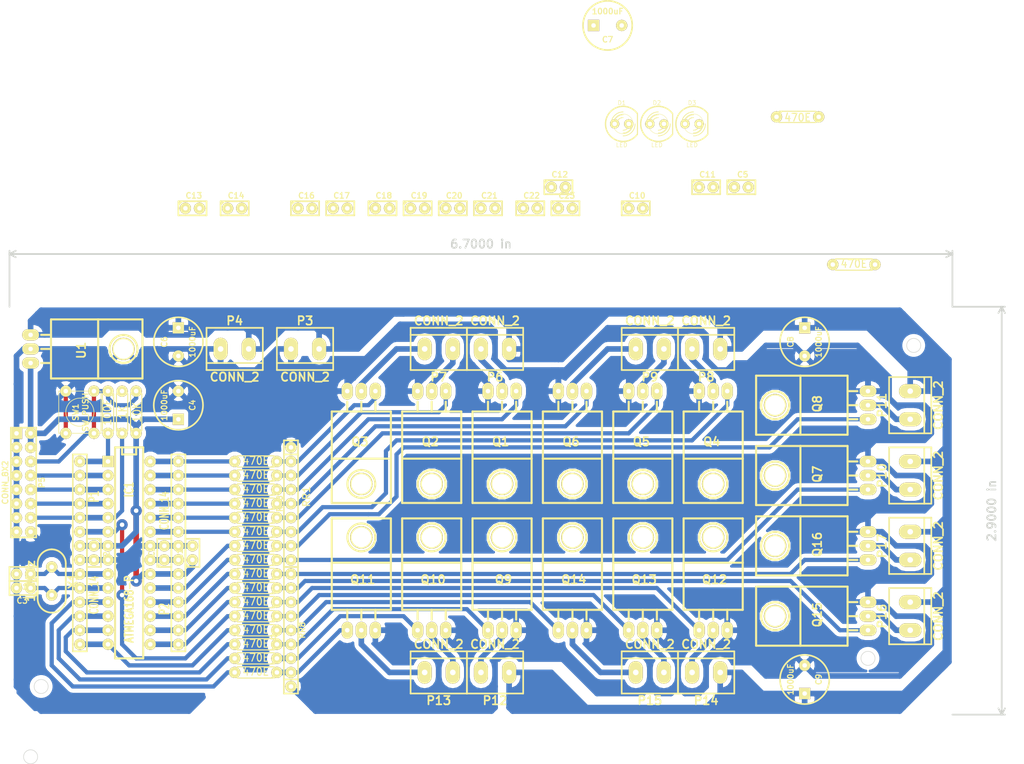
<source format=kicad_pcb>
(kicad_pcb (version 3) (host pcbnew "(2013-05-18 BZR 4017)-stable")
  (layers (15 F.Cu signal) (0 B.Cu signal) (19 F.Paste user) (21 F.SilkS user) (23 F.Mask user) (28 Edge.Cuts user))
  (net 0 "")
  (net 1 +12V)
  (net 2 /MISO)
  (net 3 /MOSI)
  (net 4 /P1)
  (net 5 /P10)
  (net 6 /P11)
  (net 7 /P12)
  (net 8 /P13)
  (net 9 /P14)
  (net 10 /P15)
  (net 11 /P16)
  (net 12 /P19)
  (net 13 /P2)
  (net 14 /P21)
  (net 15 /P23)
  (net 16 /P24)
  (net 17 /P25)
  (net 18 /P26)
  (net 19 /P27)
  (net 20 /P28)
  (net 21 /P3)
  (net 22 /P4)
  (net 23 /P5)
  (net 24 /P6)
  (net 25 /P9)
  (net 26 /RST_IN)
  (net 27 GND)
  (net 28 N-000001)
  (net 29 N-0000011)
  (net 30 N-0000012)
  (net 31 N-0000014)
  (net 32 N-0000016)
  (net 33 N-0000017)
  (net 34 N-0000018)
  (net 35 N-0000019)
  (net 36 N-0000020)
  (net 37 N-0000023)
  (net 38 N-0000024)
  (net 39 N-0000025)
  (net 40 N-0000026)
  (net 41 N-0000027)
  (net 42 N-0000028)
  (net 43 N-0000029)
  (net 44 N-000003)
  (net 45 N-0000030)
  (net 46 N-0000031)
  (net 47 N-0000032)
  (net 48 N-0000033)
  (net 49 N-0000034)
  (net 50 N-0000035)
  (net 51 N-0000036)
  (net 52 N-0000038)
  (net 53 N-0000040)
  (net 54 N-0000041)
  (net 55 N-0000043)
  (net 56 N-0000045)
  (net 57 N-0000046)
  (net 58 N-0000049)
  (net 59 N-000006)
  (net 60 N-000007)
  (net 61 N-000008)
  (net 62 N-000009)
  (net 63 VCC)
  (module TO-220_Neutral123_Horizontal (layer F.Cu) (at 52.07 172.72 270)
    (fp_text reference U1 (at 0.254 -9.144 270) (layer F.SilkS) (effects (font (size 1.524 1.524) (thickness 0.3048))))
    (fp_text value 7805 hide)
    (pad GND thru_hole oval (at 0 0) (size 3.048 2.032) (drill 0.8128) (layers *.Cu *.Mask F.SilkS) (net 27 GND))
    (pad VI thru_hole oval (at -2.54 0) (size 3.048 2.032) (drill 0.8128) (layers *.Cu *.Mask F.SilkS) (net 1 +12V))
    (pad VO thru_hole oval (at 2.54 0) (size 3.048 2.032) (drill 0.8128) (layers *.Cu *.Mask F.SilkS) (net 63 VCC))
    (pad GND thru_hole circle (at 0 -16.764) (size 4.064 4.064) (drill 3.556) (layers *.Cu *.Mask F.SilkS) (net 27 GND))
  )
  (module SW_PUSH_SMALL (layer F.Cu) (at 60.96 184.15 90)
    (fp_text reference SW1 (at 0 -0.762 90) (layer F.SilkS) (effects (font (size 1.016 1.016) (thickness 0.2032))))
    (fp_text value SW_PUSH (at 0 1.016 90) (layer F.SilkS) (effects (font (size 1.016 1.016) (thickness 0.2032))))
    (pad 1 thru_hole circle (at 3.81 -2.54 90) (size 2.032 2.032) (drill 0.8128) (layers *.Cu *.Mask F.SilkS) (net 27 GND))
    (pad 2 thru_hole circle (at 3.81 2.54 90) (size 2.032 2.032) (drill 0.8128) (layers *.Cu *.Mask F.SilkS) (net 26 /RST_IN))
    (pad 1 thru_hole circle (at -3.81 -2.54 90) (size 2.032 2.032) (drill 0.8128) (layers *.Cu *.Mask F.SilkS) (net 27 GND))
    (pad 2 thru_hole circle (at -3.81 2.54 90) (size 2.032 2.032) (drill 0.8128) (layers *.Cu *.Mask F.SilkS) (net 26 /RST_IN))
  )
  (module SIL-14 (layer F.Cu) (at 78.74 209.55 90)
    (fp_text reference P2 (at -10.16 -2.54 90) (layer F.SilkS) (effects (font (size 1.72974 1.08712) (thickness 0.3048))))
    (fp_text value CONN_14 (at 7.62 -2.54 90) (layer F.SilkS) (effects (font (size 1.524 1.016) (thickness 0.3048))))
    (pad 1 thru_hole circle (at -16.51 0 90) (size 2.032 2.032) (drill 0.8128) (layers *.Cu *.Mask F.SilkS) (net 10 /P15))
    (pad 2 thru_hole circle (at -13.97 0 90) (size 2.032 2.032) (drill 0.8128) (layers *.Cu *.Mask F.SilkS) (net 11 /P16))
    (pad 3 thru_hole circle (at -11.43 0 90) (size 2.032 2.032) (drill 0.8128) (layers *.Cu *.Mask F.SilkS) (net 3 /MOSI))
    (pad 4 thru_hole circle (at -8.89 0 90) (size 2.032 2.032) (drill 0.8128) (layers *.Cu *.Mask F.SilkS) (net 2 /MISO))
    (pad 5 thru_hole circle (at -6.35 0 90) (size 2.032 2.032) (drill 0.8128) (layers *.Cu *.Mask F.SilkS) (net 12 /P19))
    (pad 6 thru_hole circle (at -3.81 0 90) (size 2.032 2.032) (drill 0.8128) (layers *.Cu *.Mask F.SilkS) (net 63 VCC))
    (pad 7 thru_hole circle (at -1.27 0 90) (size 2.032 2.032) (drill 0.8128) (layers *.Cu *.Mask F.SilkS) (net 14 /P21))
    (pad 8 thru_hole circle (at 1.27 0 90) (size 2.032 2.032) (drill 0.8128) (layers *.Cu *.Mask F.SilkS) (net 27 GND))
    (pad 9 thru_hole circle (at 3.81 0 90) (size 2.032 2.032) (drill 0.8128) (layers *.Cu *.Mask F.SilkS) (net 15 /P23))
    (pad 10 thru_hole circle (at 6.35 0 90) (size 2.032 2.032) (drill 0.8128) (layers *.Cu *.Mask F.SilkS) (net 16 /P24))
    (pad 11 thru_hole circle (at 8.89 0 90) (size 2.032 2.032) (drill 0.8128) (layers *.Cu *.Mask F.SilkS) (net 17 /P25))
    (pad 12 thru_hole circle (at 11.43 0 90) (size 2.032 2.032) (drill 0.8128) (layers *.Cu *.Mask F.SilkS) (net 18 /P26))
    (pad 13 thru_hole circle (at 13.97 0 90) (size 2.032 2.032) (drill 0.8128) (layers *.Cu *.Mask F.SilkS) (net 19 /P27))
    (pad 14 thru_hole circle (at 16.51 0 90) (size 2.032 2.032) (drill 0.8128) (layers *.Cu *.Mask F.SilkS) (net 20 /P28))
  )
  (module SIL-14 (layer F.Cu) (at 60.96 209.55 270)
    (fp_text reference P1 (at -10.16 -2.54 270) (layer F.SilkS) (effects (font (size 1.72974 1.08712) (thickness 0.3048))))
    (fp_text value CONN_14 (at 7.62 -2.54 270) (layer F.SilkS) (effects (font (size 1.524 1.016) (thickness 0.3048))))
    (pad 1 thru_hole circle (at -16.51 0 270) (size 2.032 2.032) (drill 0.8128) (layers *.Cu *.Mask F.SilkS) (net 4 /P1))
    (pad 2 thru_hole circle (at -13.97 0 270) (size 2.032 2.032) (drill 0.8128) (layers *.Cu *.Mask F.SilkS) (net 13 /P2))
    (pad 3 thru_hole circle (at -11.43 0 270) (size 2.032 2.032) (drill 0.8128) (layers *.Cu *.Mask F.SilkS) (net 21 /P3))
    (pad 4 thru_hole circle (at -8.89 0 270) (size 2.032 2.032) (drill 0.8128) (layers *.Cu *.Mask F.SilkS) (net 22 /P4))
    (pad 5 thru_hole circle (at -6.35 0 270) (size 2.032 2.032) (drill 0.8128) (layers *.Cu *.Mask F.SilkS) (net 23 /P5))
    (pad 6 thru_hole circle (at -3.81 0 270) (size 2.032 2.032) (drill 0.8128) (layers *.Cu *.Mask F.SilkS) (net 24 /P6))
    (pad 7 thru_hole circle (at -1.27 0 270) (size 2.032 2.032) (drill 0.8128) (layers *.Cu *.Mask F.SilkS) (net 63 VCC))
    (pad 8 thru_hole circle (at 1.27 0 270) (size 2.032 2.032) (drill 0.8128) (layers *.Cu *.Mask F.SilkS) (net 27 GND))
    (pad 9 thru_hole circle (at 3.81 0 270) (size 2.032 2.032) (drill 0.8128) (layers *.Cu *.Mask F.SilkS) (net 25 /P9))
    (pad 10 thru_hole circle (at 6.35 0 270) (size 2.032 2.032) (drill 0.8128) (layers *.Cu *.Mask F.SilkS) (net 5 /P10))
    (pad 11 thru_hole circle (at 8.89 0 270) (size 2.032 2.032) (drill 0.8128) (layers *.Cu *.Mask F.SilkS) (net 6 /P11))
    (pad 12 thru_hole circle (at 11.43 0 270) (size 2.032 2.032) (drill 0.8128) (layers *.Cu *.Mask F.SilkS) (net 7 /P12))
    (pad 13 thru_hole circle (at 13.97 0 270) (size 2.032 2.032) (drill 0.8128) (layers *.Cu *.Mask F.SilkS) (net 8 /P13))
    (pad 14 thru_hole circle (at 16.51 0 270) (size 2.032 2.032) (drill 0.8128) (layers *.Cu *.Mask F.SilkS) (net 9 /P14))
  )
  (module r_pack8 (layer F.Cu) (at 99.06 223.52 90)
    (fp_text reference RR2 (at -1.27 -2.794 90) (layer F.SilkS) (effects (font (size 1.27 1.27) (thickness 0.2032))))
    (fp_text value RR8 (at 0 2.032 90) (layer F.SilkS) (effects (font (size 1.016 1.016) (thickness 0.2032))))
    (pad 1 thru_hole circle (at -10.16 0 90) (size 2.032 2.032) (drill 0.8128) (layers *.Cu *.Mask F.SilkS) (net 27 GND))
    (pad 2 thru_hole circle (at -7.62 0 90) (size 2.032 2.032) (drill 0.8128) (layers *.Cu *.Mask F.SilkS) (net 52 N-0000038))
    (pad 3 thru_hole circle (at -5.08 0 90) (size 2.032 2.032) (drill 0.8128) (layers *.Cu *.Mask F.SilkS) (net 51 N-0000036))
    (pad 4 thru_hole circle (at -2.54 0 90) (size 2.032 2.032) (drill 0.8128) (layers *.Cu *.Mask F.SilkS) (net 55 N-0000043))
    (pad 5 thru_hole circle (at 0 0 90) (size 2.032 2.032) (drill 0.8128) (layers *.Cu *.Mask F.SilkS) (net 38 N-0000024))
    (pad 6 thru_hole circle (at 2.54 0 90) (size 2.032 2.032) (drill 0.8128) (layers *.Cu *.Mask F.SilkS) (net 42 N-0000028))
    (pad 7 thru_hole circle (at 5.08 0 90) (size 2.032 2.032) (drill 0.8128) (layers *.Cu *.Mask F.SilkS) (net 43 N-0000029))
    (pad 8 thru_hole circle (at 7.62 0 90) (size 2.032 2.032) (drill 0.8128) (layers *.Cu *.Mask F.SilkS) (net 54 N-0000041))
    (pad 9 thru_hole circle (at 10.16 0 90) (size 2.032 2.032) (drill 0.8128) (layers *.Cu *.Mask F.SilkS) (net 45 N-0000030))
  )
  (module r_pack8 (layer F.Cu) (at 99.06 200.66 270)
    (fp_text reference RR1 (at -1.27 -2.794 270) (layer F.SilkS) (effects (font (size 1.27 1.27) (thickness 0.2032))))
    (fp_text value RR8 (at 0 2.032 270) (layer F.SilkS) (effects (font (size 1.016 1.016) (thickness 0.2032))))
    (pad 1 thru_hole circle (at -10.16 0 270) (size 2.032 2.032) (drill 0.8128) (layers *.Cu *.Mask F.SilkS) (net 27 GND))
    (pad 2 thru_hole circle (at -7.62 0 270) (size 2.032 2.032) (drill 0.8128) (layers *.Cu *.Mask F.SilkS) (net 46 N-0000031))
    (pad 3 thru_hole circle (at -5.08 0 270) (size 2.032 2.032) (drill 0.8128) (layers *.Cu *.Mask F.SilkS) (net 47 N-0000032))
    (pad 4 thru_hole circle (at -2.54 0 270) (size 2.032 2.032) (drill 0.8128) (layers *.Cu *.Mask F.SilkS) (net 48 N-0000033))
    (pad 5 thru_hole circle (at 0 0 270) (size 2.032 2.032) (drill 0.8128) (layers *.Cu *.Mask F.SilkS) (net 49 N-0000034))
    (pad 6 thru_hole circle (at 2.54 0 270) (size 2.032 2.032) (drill 0.8128) (layers *.Cu *.Mask F.SilkS) (net 50 N-0000035))
    (pad 7 thru_hole circle (at 5.08 0 270) (size 2.032 2.032) (drill 0.8128) (layers *.Cu *.Mask F.SilkS) (net 41 N-0000027))
    (pad 8 thru_hole circle (at 7.62 0 270) (size 2.032 2.032) (drill 0.8128) (layers *.Cu *.Mask F.SilkS) (net 39 N-0000025))
    (pad 9 thru_hole circle (at 10.16 0 270) (size 2.032 2.032) (drill 0.8128) (layers *.Cu *.Mask F.SilkS) (net 40 N-0000026))
  )
  (module R3 (layer F.Cu) (at 92.71 226.06 180)
    (fp_text reference R14 hide)
    (fp_text value 470E (at 0 0.127 180) (layer F.SilkS) (effects (font (size 1.397 1.27) (thickness 0.2032))))
    (pad 1 thru_hole circle (at -3.81 0 180) (size 2.032 2.032) (drill 0.8128) (layers *.Cu *.Mask F.SilkS) (net 55 N-0000043))
    (pad 2 thru_hole circle (at 3.81 0 180) (size 2.032 2.032) (drill 0.8128) (layers *.Cu *.Mask F.SilkS) (net 8 /P13))
  )
  (module R3 (layer F.Cu) (at 92.71 205.74 180)
    (fp_text reference R9 hide)
    (fp_text value 470E (at 0 0.127 180) (layer F.SilkS) (effects (font (size 1.397 1.27) (thickness 0.2032))))
    (pad 1 thru_hole circle (at -3.81 0 180) (size 2.032 2.032) (drill 0.8128) (layers *.Cu *.Mask F.SilkS) (net 41 N-0000027))
    (pad 2 thru_hole circle (at 3.81 0 180) (size 2.032 2.032) (drill 0.8128) (layers *.Cu *.Mask F.SilkS) (net 15 /P23))
  )
  (module R3 (layer F.Cu) (at 92.71 210.82 180)
    (fp_text reference R12 hide)
    (fp_text value 470E (at 0 0.127 180) (layer F.SilkS) (effects (font (size 1.397 1.27) (thickness 0.2032))))
    (pad 1 thru_hole circle (at -3.81 0 180) (size 2.032 2.032) (drill 0.8128) (layers *.Cu *.Mask F.SilkS) (net 40 N-0000026))
    (pad 2 thru_hole circle (at 3.81 0 180) (size 2.032 2.032) (drill 0.8128) (layers *.Cu *.Mask F.SilkS) (net 2 /MISO))
  )
  (module R3 (layer F.Cu) (at 92.71 203.2 180)
    (fp_text reference R10 hide)
    (fp_text value 470E (at 0 0.127 180) (layer F.SilkS) (effects (font (size 1.397 1.27) (thickness 0.2032))))
    (pad 1 thru_hole circle (at -3.81 0 180) (size 2.032 2.032) (drill 0.8128) (layers *.Cu *.Mask F.SilkS) (net 50 N-0000035))
    (pad 2 thru_hole circle (at 3.81 0 180) (size 2.032 2.032) (drill 0.8128) (layers *.Cu *.Mask F.SilkS) (net 16 /P24))
  )
  (module R3 (layer F.Cu) (at 92.71 200.66 180)
    (fp_text reference R11 hide)
    (fp_text value 470E (at 0 0.127 180) (layer F.SilkS) (effects (font (size 1.397 1.27) (thickness 0.2032))))
    (pad 1 thru_hole circle (at -3.81 0 180) (size 2.032 2.032) (drill 0.8128) (layers *.Cu *.Mask F.SilkS) (net 49 N-0000034))
    (pad 2 thru_hole circle (at 3.81 0 180) (size 2.032 2.032) (drill 0.8128) (layers *.Cu *.Mask F.SilkS) (net 17 /P25))
  )
  (module R3 (layer F.Cu) (at 92.71 208.28 180)
    (fp_text reference R13 hide)
    (fp_text value 470E (at 0 0.127 180) (layer F.SilkS) (effects (font (size 1.397 1.27) (thickness 0.2032))))
    (pad 1 thru_hole circle (at -3.81 0 180) (size 2.032 2.032) (drill 0.8128) (layers *.Cu *.Mask F.SilkS) (net 39 N-0000025))
    (pad 2 thru_hole circle (at 3.81 0 180) (size 2.032 2.032) (drill 0.8128) (layers *.Cu *.Mask F.SilkS) (net 12 /P19))
  )
  (module R3 (layer F.Cu) (at 92.71 198.12 180)
    (fp_text reference R6 hide)
    (fp_text value 470E (at 0 0.127 180) (layer F.SilkS) (effects (font (size 1.397 1.27) (thickness 0.2032))))
    (pad 1 thru_hole circle (at -3.81 0 180) (size 2.032 2.032) (drill 0.8128) (layers *.Cu *.Mask F.SilkS) (net 48 N-0000033))
    (pad 2 thru_hole circle (at 3.81 0 180) (size 2.032 2.032) (drill 0.8128) (layers *.Cu *.Mask F.SilkS) (net 18 /P26))
  )
  (module R3 (layer F.Cu) (at 92.71 228.6 180)
    (fp_text reference R15 hide)
    (fp_text value 470E (at 0 0.127 180) (layer F.SilkS) (effects (font (size 1.397 1.27) (thickness 0.2032))))
    (pad 1 thru_hole circle (at -3.81 0 180) (size 2.032 2.032) (drill 0.8128) (layers *.Cu *.Mask F.SilkS) (net 51 N-0000036))
    (pad 2 thru_hole circle (at 3.81 0 180) (size 2.032 2.032) (drill 0.8128) (layers *.Cu *.Mask F.SilkS) (net 7 /P12))
  )
  (module R3 (layer F.Cu) (at 92.71 231.14 180)
    (fp_text reference R16 hide)
    (fp_text value 470E (at 0 0.127 180) (layer F.SilkS) (effects (font (size 1.397 1.27) (thickness 0.2032))))
    (pad 1 thru_hole circle (at -3.81 0 180) (size 2.032 2.032) (drill 0.8128) (layers *.Cu *.Mask F.SilkS) (net 52 N-0000038))
    (pad 2 thru_hole circle (at 3.81 0 180) (size 2.032 2.032) (drill 0.8128) (layers *.Cu *.Mask F.SilkS) (net 6 /P11))
  )
  (module R3 (layer F.Cu) (at 92.71 215.9 180)
    (fp_text reference R20 hide)
    (fp_text value 470E (at 0 0.127 180) (layer F.SilkS) (effects (font (size 1.397 1.27) (thickness 0.2032))))
    (pad 1 thru_hole circle (at -3.81 0 180) (size 2.032 2.032) (drill 0.8128) (layers *.Cu *.Mask F.SilkS) (net 54 N-0000041))
    (pad 2 thru_hole circle (at 3.81 0 180) (size 2.032 2.032) (drill 0.8128) (layers *.Cu *.Mask F.SilkS) (net 11 /P16))
  )
  (module R3 (layer F.Cu) (at 92.71 218.44 180)
    (fp_text reference R17 hide)
    (fp_text value 470E (at 0 0.127 180) (layer F.SilkS) (effects (font (size 1.397 1.27) (thickness 0.2032))))
    (pad 1 thru_hole circle (at -3.81 0 180) (size 2.032 2.032) (drill 0.8128) (layers *.Cu *.Mask F.SilkS) (net 43 N-0000029))
    (pad 2 thru_hole circle (at 3.81 0 180) (size 2.032 2.032) (drill 0.8128) (layers *.Cu *.Mask F.SilkS) (net 10 /P15))
  )
  (module R3 (layer F.Cu) (at 92.71 220.98 180)
    (fp_text reference R18 hide)
    (fp_text value 470E (at 0 0.127 180) (layer F.SilkS) (effects (font (size 1.397 1.27) (thickness 0.2032))))
    (pad 1 thru_hole circle (at -3.81 0 180) (size 2.032 2.032) (drill 0.8128) (layers *.Cu *.Mask F.SilkS) (net 42 N-0000028))
    (pad 2 thru_hole circle (at 3.81 0 180) (size 2.032 2.032) (drill 0.8128) (layers *.Cu *.Mask F.SilkS) (net 24 /P6))
  )
  (module R3 (layer F.Cu) (at 92.71 223.52 180)
    (fp_text reference R19 hide)
    (fp_text value 470E (at 0 0.127 180) (layer F.SilkS) (effects (font (size 1.397 1.27) (thickness 0.2032))))
    (pad 1 thru_hole circle (at -3.81 0 180) (size 2.032 2.032) (drill 0.8128) (layers *.Cu *.Mask F.SilkS) (net 38 N-0000024))
    (pad 2 thru_hole circle (at 3.81 0 180) (size 2.032 2.032) (drill 0.8128) (layers *.Cu *.Mask F.SilkS) (net 9 /P14))
  )
  (module R3 (layer F.Cu) (at 92.71 213.36 180)
    (fp_text reference R21 hide)
    (fp_text value 470E (at 0 0.127 180) (layer F.SilkS) (effects (font (size 1.397 1.27) (thickness 0.2032))))
    (pad 1 thru_hole circle (at -3.81 0 180) (size 2.032 2.032) (drill 0.8128) (layers *.Cu *.Mask F.SilkS) (net 45 N-0000030))
    (pad 2 thru_hole circle (at 3.81 0 180) (size 2.032 2.032) (drill 0.8128) (layers *.Cu *.Mask F.SilkS) (net 3 /MOSI))
  )
  (module R3 (layer F.Cu) (at 92.71 195.58 180)
    (fp_text reference R7 hide)
    (fp_text value 470E (at 0 0.127 180) (layer F.SilkS) (effects (font (size 1.397 1.27) (thickness 0.2032))))
    (pad 1 thru_hole circle (at -3.81 0 180) (size 2.032 2.032) (drill 0.8128) (layers *.Cu *.Mask F.SilkS) (net 47 N-0000032))
    (pad 2 thru_hole circle (at 3.81 0 180) (size 2.032 2.032) (drill 0.8128) (layers *.Cu *.Mask F.SilkS) (net 19 /P27))
  )
  (module R3 (layer F.Cu) (at 200.66 157.48 180)
    (fp_text reference R4 hide)
    (fp_text value 470E (at 0 0.127 180) (layer F.SilkS) (effects (font (size 1.397 1.27) (thickness 0.2032))))
    (pad 1 thru_hole circle (at -3.81 0 180) (size 2.032 2.032) (drill 0.8128) (layers *.Cu *.Mask F.SilkS) (net 31 N-0000014))
    (pad 2 thru_hole circle (at 3.81 0 180) (size 2.032 2.032) (drill 0.8128) (layers *.Cu *.Mask F.SilkS) (net 63 VCC))
  )
  (module R3 (layer F.Cu) (at 190.5 130.81)
    (fp_text reference R5 hide)
    (fp_text value 470E (at 0 0.127) (layer F.SilkS) (effects (font (size 1.397 1.27) (thickness 0.2032))))
    (pad 1 thru_hole circle (at -3.81 0) (size 2.032 2.032) (drill 0.8128) (layers *.Cu *.Mask F.SilkS) (net 32 N-0000016))
    (pad 2 thru_hole circle (at 3.81 0) (size 2.032 2.032) (drill 0.8128) (layers *.Cu *.Mask F.SilkS) (net 1 +12V))
  )
  (module R3 (layer F.Cu) (at 66.04 184.15 270)
    (fp_text reference R3 hide)
    (fp_text value 100E (at 0 0.127 270) (layer F.SilkS) (effects (font (size 1.397 1.27) (thickness 0.2032))))
    (pad 1 thru_hole circle (at -3.81 0 270) (size 2.032 2.032) (drill 0.8128) (layers *.Cu *.Mask F.SilkS) (net 26 /RST_IN))
    (pad 2 thru_hole circle (at 3.81 0 270) (size 2.032 2.032) (drill 0.8128) (layers *.Cu *.Mask F.SilkS) (net 4 /P1))
  )
  (module R3 (layer F.Cu) (at 71.12 184.15 90)
    (fp_text reference R2 hide)
    (fp_text value 10K (at 0 0.127 90) (layer F.SilkS) (effects (font (size 1.397 1.27) (thickness 0.2032))))
    (pad 1 thru_hole circle (at -3.81 0 90) (size 2.032 2.032) (drill 0.8128) (layers *.Cu *.Mask F.SilkS) (net 63 VCC))
    (pad 2 thru_hole circle (at 3.81 0 90) (size 2.032 2.032) (drill 0.8128) (layers *.Cu *.Mask F.SilkS) (net 26 /RST_IN))
  )
  (module R3 (layer F.Cu) (at 68.58 184.15 90)
    (fp_text reference R1 hide)
    (fp_text value 1K (at 0 0.127 90) (layer F.SilkS) (effects (font (size 1.397 1.27) (thickness 0.2032))))
    (pad 1 thru_hole circle (at -3.81 0 90) (size 2.032 2.032) (drill 0.8128) (layers *.Cu *.Mask F.SilkS) (net 23 /P5))
    (pad 2 thru_hole circle (at 3.81 0 90) (size 2.032 2.032) (drill 0.8128) (layers *.Cu *.Mask F.SilkS) (net 33 N-0000017))
  )
  (module R3 (layer F.Cu) (at 92.71 193.04 180)
    (fp_text reference R8 hide)
    (fp_text value 470E (at 0 0.127 180) (layer F.SilkS) (effects (font (size 1.397 1.27) (thickness 0.2032))))
    (pad 1 thru_hole circle (at -3.81 0 180) (size 2.032 2.032) (drill 0.8128) (layers *.Cu *.Mask F.SilkS) (net 46 N-0000031))
    (pad 2 thru_hole circle (at 3.81 0 180) (size 2.032 2.032) (drill 0.8128) (layers *.Cu *.Mask F.SilkS) (net 20 /P28))
  )
  (module pin_array_8x2 (layer F.Cu) (at 50.8 196.85 270)
    (fp_text reference P5 (at 0 -3.302 270) (layer F.SilkS) (effects (font (size 1.016 1.016) (thickness 0.2032))))
    (fp_text value CONN_8X2 (at 0 3.302 270) (layer F.SilkS) (effects (font (size 1.016 1.016) (thickness 0.2032))))
    (pad 1 thru_hole rect (at -8.89 1.27 270) (size 2.032 2.032) (drill 0.8128) (layers *.Cu *.Mask F.SilkS) (net 27 GND))
    (pad 2 thru_hole circle (at -8.89 -1.27 270) (size 2.032 2.032) (drill 0.8128) (layers *.Cu *.Mask F.SilkS) (net 63 VCC))
    (pad 3 thru_hole circle (at -6.35 1.27 270) (size 2.032 2.032) (drill 0.8128) (layers *.Cu *.Mask F.SilkS) (net 27 GND))
    (pad 4 thru_hole circle (at -6.35 -1.27 270) (size 2.032 2.032) (drill 0.8128) (layers *.Cu *.Mask F.SilkS) (net 63 VCC))
    (pad 5 thru_hole circle (at -3.81 1.27 270) (size 2.032 2.032) (drill 0.8128) (layers *.Cu *.Mask F.SilkS) (net 27 GND))
    (pad 6 thru_hole circle (at -3.81 -1.27 270) (size 2.032 2.032) (drill 0.8128) (layers *.Cu *.Mask F.SilkS) (net 26 /RST_IN))
    (pad 7 thru_hole circle (at -1.27 1.27 270) (size 2.032 2.032) (drill 0.8128) (layers *.Cu *.Mask F.SilkS) (net 27 GND))
    (pad 8 thru_hole circle (at -1.27 -1.27 270) (size 2.032 2.032) (drill 0.8128) (layers *.Cu *.Mask F.SilkS) (net 13 /P2))
    (pad 9 thru_hole circle (at 1.27 1.27 270) (size 2.032 2.032) (drill 0.8128) (layers *.Cu *.Mask F.SilkS) (net 27 GND))
    (pad 10 thru_hole circle (at 1.27 -1.27 270) (size 2.032 2.032) (drill 0.8128) (layers *.Cu *.Mask F.SilkS) (net 21 /P3))
    (pad 11 thru_hole circle (at 3.81 1.27 270) (size 2.032 2.032) (drill 0.8128) (layers *.Cu *.Mask F.SilkS) (net 27 GND))
    (pad 12 thru_hole circle (at 3.81 -1.27 270) (size 2.032 2.032) (drill 0.8128) (layers *.Cu *.Mask F.SilkS) (net 22 /P4))
    (pad 13 thru_hole circle (at 6.35 1.27 270) (size 2.032 2.032) (drill 0.8128) (layers *.Cu *.Mask F.SilkS) (net 27 GND))
    (pad 14 thru_hole circle (at 6.35 -1.27 270) (size 2.032 2.032) (drill 0.8128) (layers *.Cu *.Mask F.SilkS) (net 23 /P5))
    (pad 15 thru_hole circle (at 8.89 1.27 270) (size 2.032 2.032) (drill 0.8128) (layers *.Cu *.Mask F.SilkS) (net 27 GND))
    (pad 16 thru_hole circle (at 8.89 -1.27 270) (size 2.032 2.032) (drill 0.8128) (layers *.Cu *.Mask F.SilkS) (net 27 GND))
  )
  (module LED-5MM (layer F.Cu) (at 165.1 132.08)
    (fp_text reference D2 (at 0 -3.81) (layer F.SilkS) (effects (font (size 0.762 0.762) (thickness 0.0889))))
    (fp_text value LED (at 0 3.81) (layer F.SilkS) (effects (font (size 0.762 0.762) (thickness 0.0889))))
    (pad 1 thru_hole circle (at -1.27 0) (size 1.6764 1.6764) (drill 0.8128) (layers *.Cu *.Mask F.SilkS) (net 31 N-0000014))
    (pad 2 thru_hole circle (at 1.27 0) (size 1.6764 1.6764) (drill 0.8128) (layers *.Cu *.Mask F.SilkS) (net 27 GND))
  )
  (module LED-5MM (layer F.Cu) (at 171.45 132.08)
    (fp_text reference D3 (at 0 -3.81) (layer F.SilkS) (effects (font (size 0.762 0.762) (thickness 0.0889))))
    (fp_text value LED (at 0 3.81) (layer F.SilkS) (effects (font (size 0.762 0.762) (thickness 0.0889))))
    (pad 1 thru_hole circle (at -1.27 0) (size 1.6764 1.6764) (drill 0.8128) (layers *.Cu *.Mask F.SilkS) (net 32 N-0000016))
    (pad 2 thru_hole circle (at 1.27 0) (size 1.6764 1.6764) (drill 0.8128) (layers *.Cu *.Mask F.SilkS) (net 27 GND))
  )
  (module LED-5MM (layer F.Cu) (at 158.75 132.08)
    (fp_text reference D1 (at 0 -3.81) (layer F.SilkS) (effects (font (size 0.762 0.762) (thickness 0.0889))))
    (fp_text value LED (at 0 3.81) (layer F.SilkS) (effects (font (size 0.762 0.762) (thickness 0.0889))))
    (pad 1 thru_hole circle (at -1.27 0) (size 1.6764 1.6764) (drill 0.8128) (layers *.Cu *.Mask F.SilkS) (net 33 N-0000017))
    (pad 2 thru_hole circle (at 1.27 0) (size 1.6764 1.6764) (drill 0.8128) (layers *.Cu *.Mask F.SilkS) (net 27 GND))
  )
  (module HC-49V (layer F.Cu) (at 55.88 214.63 270)
    (fp_text reference X1 (at 0 -3.81 270) (layer F.SilkS) (effects (font (size 1.524 1.524) (thickness 0.3048))))
    (fp_text value 16MHz (at 0 3.81 270) (layer F.SilkS) (effects (font (size 1.524 1.524) (thickness 0.3048))))
    (pad 1 thru_hole circle (at -2.54 0 270) (size 2.032 2.032) (drill 0.8128) (layers *.Cu *.Mask F.SilkS) (net 25 /P9))
    (pad 2 thru_hole circle (at 2.54 0 270) (size 2.032 2.032) (drill 0.8128) (layers *.Cu *.Mask F.SilkS) (net 5 /P10))
  )
  (module DIP-28__300 (layer F.Cu) (at 69.85 209.55 270)
    (fp_text reference IC1 (at -11.43 0 270) (layer F.SilkS) (effects (font (size 1.524 1.143) (thickness 0.3048))))
    (fp_text value ATMEGA168-P (at 10.16 0 270) (layer F.SilkS) (effects (font (size 1.524 1.143) (thickness 0.3048))))
    (pad 2 thru_hole circle (at -13.97 3.81 270) (size 2.032 2.032) (drill 0.8128) (layers *.Cu *.Mask F.SilkS) (net 13 /P2))
    (pad 3 thru_hole circle (at -11.43 3.81 270) (size 2.032 2.032) (drill 0.8128) (layers *.Cu *.Mask F.SilkS) (net 21 /P3))
    (pad 4 thru_hole circle (at -8.89 3.81 270) (size 2.032 2.032) (drill 0.8128) (layers *.Cu *.Mask F.SilkS) (net 22 /P4))
    (pad 5 thru_hole circle (at -6.35 3.81 270) (size 2.032 2.032) (drill 0.8128) (layers *.Cu *.Mask F.SilkS) (net 23 /P5))
    (pad 6 thru_hole circle (at -3.81 3.81 270) (size 2.032 2.032) (drill 0.8128) (layers *.Cu *.Mask F.SilkS) (net 24 /P6))
    (pad 7 thru_hole circle (at -1.27 3.81 270) (size 2.032 2.032) (drill 0.8128) (layers *.Cu *.Mask F.SilkS) (net 63 VCC))
    (pad 8 thru_hole circle (at 1.27 3.81 270) (size 2.032 2.032) (drill 0.8128) (layers *.Cu *.Mask F.SilkS) (net 27 GND))
    (pad 9 thru_hole circle (at 3.81 3.81 270) (size 2.032 2.032) (drill 0.8128) (layers *.Cu *.Mask F.SilkS) (net 25 /P9))
    (pad 10 thru_hole circle (at 6.35 3.81 270) (size 2.032 2.032) (drill 0.8128) (layers *.Cu *.Mask F.SilkS) (net 5 /P10))
    (pad 11 thru_hole circle (at 8.89 3.81 270) (size 2.032 2.032) (drill 0.8128) (layers *.Cu *.Mask F.SilkS) (net 6 /P11))
    (pad 12 thru_hole circle (at 11.43 3.81 270) (size 2.032 2.032) (drill 0.8128) (layers *.Cu *.Mask F.SilkS) (net 7 /P12))
    (pad 13 thru_hole circle (at 13.97 3.81 270) (size 2.032 2.032) (drill 0.8128) (layers *.Cu *.Mask F.SilkS) (net 8 /P13))
    (pad 14 thru_hole circle (at 16.51 3.81 270) (size 2.032 2.032) (drill 0.8128) (layers *.Cu *.Mask F.SilkS) (net 9 /P14))
    (pad 1 thru_hole rect (at -16.51 3.81 270) (size 2.032 2.032) (drill 0.8128) (layers *.Cu *.Mask F.SilkS) (net 4 /P1))
    (pad 15 thru_hole circle (at 16.51 -3.81 270) (size 2.032 2.032) (drill 0.8128) (layers *.Cu *.Mask F.SilkS) (net 10 /P15))
    (pad 16 thru_hole circle (at 13.97 -3.81 270) (size 2.032 2.032) (drill 0.8128) (layers *.Cu *.Mask F.SilkS) (net 11 /P16))
    (pad 17 thru_hole circle (at 11.43 -3.81 270) (size 2.032 2.032) (drill 0.8128) (layers *.Cu *.Mask F.SilkS) (net 3 /MOSI))
    (pad 18 thru_hole circle (at 8.89 -3.81 270) (size 2.032 2.032) (drill 0.8128) (layers *.Cu *.Mask F.SilkS) (net 2 /MISO))
    (pad 19 thru_hole circle (at 6.35 -3.81 270) (size 2.032 2.032) (drill 0.8128) (layers *.Cu *.Mask F.SilkS) (net 12 /P19))
    (pad 20 thru_hole circle (at 3.81 -3.81 270) (size 2.032 2.032) (drill 0.8128) (layers *.Cu *.Mask F.SilkS) (net 63 VCC))
    (pad 21 thru_hole circle (at 1.27 -3.81 270) (size 2.032 2.032) (drill 0.8128) (layers *.Cu *.Mask F.SilkS) (net 14 /P21))
    (pad 22 thru_hole circle (at -1.27 -3.81 270) (size 2.032 2.032) (drill 0.8128) (layers *.Cu *.Mask F.SilkS) (net 27 GND))
    (pad 23 thru_hole circle (at -3.81 -3.81 270) (size 2.032 2.032) (drill 0.8128) (layers *.Cu *.Mask F.SilkS) (net 15 /P23))
    (pad 24 thru_hole circle (at -6.35 -3.81 270) (size 2.032 2.032) (drill 0.8128) (layers *.Cu *.Mask F.SilkS) (net 16 /P24))
    (pad 25 thru_hole circle (at -8.89 -3.81 270) (size 2.032 2.032) (drill 0.8128) (layers *.Cu *.Mask F.SilkS) (net 17 /P25))
    (pad 26 thru_hole circle (at -11.43 -3.81 270) (size 2.032 2.032) (drill 0.8128) (layers *.Cu *.Mask F.SilkS) (net 18 /P26))
    (pad 27 thru_hole circle (at -13.97 -3.81 270) (size 2.032 2.032) (drill 0.8128) (layers *.Cu *.Mask F.SilkS) (net 19 /P27))
    (pad 28 thru_hole circle (at -16.51 -3.81 270) (size 2.032 2.032) (drill 0.8128) (layers *.Cu *.Mask F.SilkS) (net 20 /P28))
  )
  (module C2V8 (layer F.Cu) (at 191.77 232.41 90)
    (fp_text reference C9 (at 0 2.54 90) (layer F.SilkS) (effects (font (size 1.016 1.016) (thickness 0.2032))))
    (fp_text value 1000uF (at 0 -2.54 90) (layer F.SilkS) (effects (font (size 1.016 1.016) (thickness 0.2032))))
    (pad 1 thru_hole rect (at -2.54 0 90) (size 2.032 2.032) (drill 0.8128) (layers *.Cu *.Mask F.SilkS) (net 1 +12V))
    (pad 2 thru_hole circle (at 2.54 0 90) (size 2.032 2.032) (drill 0.8128) (layers *.Cu *.Mask F.SilkS) (net 27 GND))
  )
  (module C2V8 (layer F.Cu) (at 78.74 182.88 90)
    (fp_text reference C4 (at 0 2.54 90) (layer F.SilkS) (effects (font (size 1.016 1.016) (thickness 0.2032))))
    (fp_text value 1000uF (at 0 -2.54 90) (layer F.SilkS) (effects (font (size 1.016 1.016) (thickness 0.2032))))
    (pad 1 thru_hole rect (at -2.54 0 90) (size 2.032 2.032) (drill 0.8128) (layers *.Cu *.Mask F.SilkS) (net 63 VCC))
    (pad 2 thru_hole circle (at 2.54 0 90) (size 2.032 2.032) (drill 0.8128) (layers *.Cu *.Mask F.SilkS) (net 27 GND))
  )
  (module C2V8 (layer F.Cu) (at 191.77 171.45 270)
    (fp_text reference C8 (at 0 2.54 270) (layer F.SilkS) (effects (font (size 1.016 1.016) (thickness 0.2032))))
    (fp_text value 1000uF (at 0 -2.54 270) (layer F.SilkS) (effects (font (size 1.016 1.016) (thickness 0.2032))))
    (pad 1 thru_hole rect (at -2.54 0 270) (size 2.032 2.032) (drill 0.8128) (layers *.Cu *.Mask F.SilkS) (net 1 +12V))
    (pad 2 thru_hole circle (at 2.54 0 270) (size 2.032 2.032) (drill 0.8128) (layers *.Cu *.Mask F.SilkS) (net 27 GND))
  )
  (module C2V8 (layer F.Cu) (at 156.21 114.3)
    (fp_text reference C7 (at 0 2.54) (layer F.SilkS) (effects (font (size 1.016 1.016) (thickness 0.2032))))
    (fp_text value 1000uF (at 0 -2.54) (layer F.SilkS) (effects (font (size 1.016 1.016) (thickness 0.2032))))
    (pad 1 thru_hole rect (at -2.54 0) (size 2.032 2.032) (drill 0.8128) (layers *.Cu *.Mask F.SilkS) (net 1 +12V))
    (pad 2 thru_hole circle (at 2.54 0) (size 2.032 2.032) (drill 0.8128) (layers *.Cu *.Mask F.SilkS) (net 27 GND))
  )
  (module C2V8 (layer F.Cu) (at 78.74 171.45 270)
    (fp_text reference C6 (at 0 2.54 270) (layer F.SilkS) (effects (font (size 1.016 1.016) (thickness 0.2032))))
    (fp_text value 1000uF (at 0 -2.54 270) (layer F.SilkS) (effects (font (size 1.016 1.016) (thickness 0.2032))))
    (pad 1 thru_hole rect (at -2.54 0 270) (size 2.032 2.032) (drill 0.8128) (layers *.Cu *.Mask F.SilkS) (net 1 +12V))
    (pad 2 thru_hole circle (at 2.54 0 270) (size 2.032 2.032) (drill 0.8128) (layers *.Cu *.Mask F.SilkS) (net 27 GND))
  )
  (module C1 (layer F.Cu) (at 76.2 209.55 90)
    (fp_text reference C2 (at 0.254 -2.286 90) (layer F.SilkS) (effects (font (size 1.016 1.016) (thickness 0.2032))))
    (fp_text value 104 hide)
    (pad 1 thru_hole circle (at -1.27 0 90) (size 2.032 2.032) (drill 0.8128) (layers *.Cu *.Mask F.SilkS) (net 14 /P21))
    (pad 2 thru_hole circle (at 1.27 0 90) (size 2.032 2.032) (drill 0.8128) (layers *.Cu *.Mask F.SilkS) (net 27 GND))
  )
  (module C1 (layer F.Cu) (at 173.99 143.51)
    (fp_text reference C11 (at 0.254 -2.286) (layer F.SilkS) (effects (font (size 1.016 1.016) (thickness 0.2032))))
    (fp_text value 104 hide)
    (pad 1 thru_hole circle (at -1.27 0) (size 2.032 2.032) (drill 0.8128) (layers *.Cu *.Mask F.SilkS) (net 1 +12V))
    (pad 2 thru_hole circle (at 1.27 0) (size 2.032 2.032) (drill 0.8128) (layers *.Cu *.Mask F.SilkS) (net 27 GND))
  )
  (module C1 (layer F.Cu) (at 161.29 147.32)
    (fp_text reference C10 (at 0.254 -2.286) (layer F.SilkS) (effects (font (size 1.016 1.016) (thickness 0.2032))))
    (fp_text value 104 hide)
    (pad 1 thru_hole circle (at -1.27 0) (size 2.032 2.032) (drill 0.8128) (layers *.Cu *.Mask F.SilkS) (net 1 +12V))
    (pad 2 thru_hole circle (at 1.27 0) (size 2.032 2.032) (drill 0.8128) (layers *.Cu *.Mask F.SilkS) (net 27 GND))
  )
  (module C1 (layer F.Cu) (at 147.32 143.51)
    (fp_text reference C12 (at 0.254 -2.286) (layer F.SilkS) (effects (font (size 1.016 1.016) (thickness 0.2032))))
    (fp_text value 104 hide)
    (pad 1 thru_hole circle (at -1.27 0) (size 2.032 2.032) (drill 0.8128) (layers *.Cu *.Mask F.SilkS) (net 1 +12V))
    (pad 2 thru_hole circle (at 1.27 0) (size 2.032 2.032) (drill 0.8128) (layers *.Cu *.Mask F.SilkS) (net 27 GND))
  )
  (module C1 (layer F.Cu) (at 180.34 143.51)
    (fp_text reference C5 (at 0.254 -2.286) (layer F.SilkS) (effects (font (size 1.016 1.016) (thickness 0.2032))))
    (fp_text value 104 hide)
    (pad 1 thru_hole circle (at -1.27 0) (size 2.032 2.032) (drill 0.8128) (layers *.Cu *.Mask F.SilkS) (net 63 VCC))
    (pad 2 thru_hole circle (at 1.27 0) (size 2.032 2.032) (drill 0.8128) (layers *.Cu *.Mask F.SilkS) (net 27 GND))
  )
  (module C1 (layer F.Cu) (at 50.8 215.9 180)
    (fp_text reference C3 (at 0.254 -2.286 180) (layer F.SilkS) (effects (font (size 1.016 1.016) (thickness 0.2032))))
    (fp_text value 22pF hide)
    (pad 1 thru_hole circle (at -1.27 0 180) (size 2.032 2.032) (drill 0.8128) (layers *.Cu *.Mask F.SilkS) (net 5 /P10))
    (pad 2 thru_hole circle (at 1.27 0 180) (size 2.032 2.032) (drill 0.8128) (layers *.Cu *.Mask F.SilkS) (net 27 GND))
  )
  (module C1 (layer F.Cu) (at 50.8 213.36 180)
    (fp_text reference C1 (at 0.254 -2.286 180) (layer F.SilkS) (effects (font (size 1.016 1.016) (thickness 0.2032))))
    (fp_text value 22pF hide)
    (pad 1 thru_hole circle (at -1.27 0 180) (size 2.032 2.032) (drill 0.8128) (layers *.Cu *.Mask F.SilkS) (net 25 /P9))
    (pad 2 thru_hole circle (at 1.27 0 180) (size 2.032 2.032) (drill 0.8128) (layers *.Cu *.Mask F.SilkS) (net 27 GND))
  )
  (module C1 (layer F.Cu) (at 81.28 147.32)
    (fp_text reference C13 (at 0.254 -2.286) (layer F.SilkS) (effects (font (size 1.016 1.016) (thickness 0.2032))))
    (fp_text value 104 hide)
    (pad 1 thru_hole circle (at -1.27 0) (size 2.032 2.032) (drill 0.8128) (layers *.Cu *.Mask F.SilkS) (net 1 +12V))
    (pad 2 thru_hole circle (at 1.27 0) (size 2.032 2.032) (drill 0.8128) (layers *.Cu *.Mask F.SilkS) (net 27 GND))
  )
  (module C1 (layer F.Cu) (at 88.9 147.32)
    (fp_text reference C14 (at 0.254 -2.286) (layer F.SilkS) (effects (font (size 1.016 1.016) (thickness 0.2032))))
    (fp_text value 104 hide)
    (pad 1 thru_hole circle (at -1.27 0) (size 2.032 2.032) (drill 0.8128) (layers *.Cu *.Mask F.SilkS) (net 1 +12V))
    (pad 2 thru_hole circle (at 1.27 0) (size 2.032 2.032) (drill 0.8128) (layers *.Cu *.Mask F.SilkS) (net 27 GND))
  )
  (module C1 (layer F.Cu) (at 81.28 209.55 90)
    (fp_text reference C15 (at 0.254 -2.286 90) (layer F.SilkS) (effects (font (size 1.016 1.016) (thickness 0.2032))))
    (fp_text value 104 hide)
    (pad 1 thru_hole circle (at -1.27 0 90) (size 2.032 2.032) (drill 0.8128) (layers *.Cu *.Mask F.SilkS) (net 63 VCC))
    (pad 2 thru_hole circle (at 1.27 0 90) (size 2.032 2.032) (drill 0.8128) (layers *.Cu *.Mask F.SilkS) (net 27 GND))
  )
  (module C1 (layer F.Cu) (at 101.6 147.32)
    (fp_text reference C16 (at 0.254 -2.286) (layer F.SilkS) (effects (font (size 1.016 1.016) (thickness 0.2032))))
    (fp_text value 104 hide)
    (pad 1 thru_hole circle (at -1.27 0) (size 2.032 2.032) (drill 0.8128) (layers *.Cu *.Mask F.SilkS) (net 63 VCC))
    (pad 2 thru_hole circle (at 1.27 0) (size 2.032 2.032) (drill 0.8128) (layers *.Cu *.Mask F.SilkS) (net 27 GND))
  )
  (module C1 (layer F.Cu) (at 107.95 147.32)
    (fp_text reference C17 (at 0.254 -2.286) (layer F.SilkS) (effects (font (size 1.016 1.016) (thickness 0.2032))))
    (fp_text value 104 hide)
    (pad 1 thru_hole circle (at -1.27 0) (size 2.032 2.032) (drill 0.8128) (layers *.Cu *.Mask F.SilkS) (net 63 VCC))
    (pad 2 thru_hole circle (at 1.27 0) (size 2.032 2.032) (drill 0.8128) (layers *.Cu *.Mask F.SilkS) (net 27 GND))
  )
  (module C1 (layer F.Cu) (at 115.57 147.32)
    (fp_text reference C18 (at 0.254 -2.286) (layer F.SilkS) (effects (font (size 1.016 1.016) (thickness 0.2032))))
    (fp_text value 104 hide)
    (pad 1 thru_hole circle (at -1.27 0) (size 2.032 2.032) (drill 0.8128) (layers *.Cu *.Mask F.SilkS) (net 63 VCC))
    (pad 2 thru_hole circle (at 1.27 0) (size 2.032 2.032) (drill 0.8128) (layers *.Cu *.Mask F.SilkS) (net 27 GND))
  )
  (module C1 (layer F.Cu) (at 121.92 147.32)
    (fp_text reference C19 (at 0.254 -2.286) (layer F.SilkS) (effects (font (size 1.016 1.016) (thickness 0.2032))))
    (fp_text value 104 hide)
    (pad 1 thru_hole circle (at -1.27 0) (size 2.032 2.032) (drill 0.8128) (layers *.Cu *.Mask F.SilkS) (net 63 VCC))
    (pad 2 thru_hole circle (at 1.27 0) (size 2.032 2.032) (drill 0.8128) (layers *.Cu *.Mask F.SilkS) (net 27 GND))
  )
  (module C1 (layer F.Cu) (at 128.27 147.32)
    (fp_text reference C20 (at 0.254 -2.286) (layer F.SilkS) (effects (font (size 1.016 1.016) (thickness 0.2032))))
    (fp_text value 104 hide)
    (pad 1 thru_hole circle (at -1.27 0) (size 2.032 2.032) (drill 0.8128) (layers *.Cu *.Mask F.SilkS) (net 63 VCC))
    (pad 2 thru_hole circle (at 1.27 0) (size 2.032 2.032) (drill 0.8128) (layers *.Cu *.Mask F.SilkS) (net 27 GND))
  )
  (module C1 (layer F.Cu) (at 134.62 147.32)
    (fp_text reference C21 (at 0.254 -2.286) (layer F.SilkS) (effects (font (size 1.016 1.016) (thickness 0.2032))))
    (fp_text value 104 hide)
    (pad 1 thru_hole circle (at -1.27 0) (size 2.032 2.032) (drill 0.8128) (layers *.Cu *.Mask F.SilkS) (net 63 VCC))
    (pad 2 thru_hole circle (at 1.27 0) (size 2.032 2.032) (drill 0.8128) (layers *.Cu *.Mask F.SilkS) (net 27 GND))
  )
  (module C1 (layer F.Cu) (at 142.24 147.32)
    (fp_text reference C22 (at 0.254 -2.286) (layer F.SilkS) (effects (font (size 1.016 1.016) (thickness 0.2032))))
    (fp_text value 104 hide)
    (pad 1 thru_hole circle (at -1.27 0) (size 2.032 2.032) (drill 0.8128) (layers *.Cu *.Mask F.SilkS) (net 63 VCC))
    (pad 2 thru_hole circle (at 1.27 0) (size 2.032 2.032) (drill 0.8128) (layers *.Cu *.Mask F.SilkS) (net 27 GND))
  )
  (module C1 (layer F.Cu) (at 148.59 147.32)
    (fp_text reference C23 (at 0.254 -2.286) (layer F.SilkS) (effects (font (size 1.016 1.016) (thickness 0.2032))))
    (fp_text value 104 hide)
    (pad 1 thru_hole circle (at -1.27 0) (size 2.032 2.032) (drill 0.8128) (layers *.Cu *.Mask F.SilkS) (net 63 VCC))
    (pad 2 thru_hole circle (at 1.27 0) (size 2.032 2.032) (drill 0.8128) (layers *.Cu *.Mask F.SilkS) (net 27 GND))
  )
  (module C1 (layer F.Cu) (at 63.5 209.55 270)
    (fp_text reference C24 (at 0.254 -2.286 270) (layer F.SilkS) (effects (font (size 1.016 1.016) (thickness 0.2032))))
    (fp_text value 104 hide)
    (pad 1 thru_hole circle (at -1.27 0 270) (size 2.032 2.032) (drill 0.8128) (layers *.Cu *.Mask F.SilkS) (net 63 VCC))
    (pad 2 thru_hole circle (at 1.27 0 270) (size 2.032 2.032) (drill 0.8128) (layers *.Cu *.Mask F.SilkS) (net 27 GND))
  )
  (module TO-220_Neutral123_Horizontal (layer F.Cu) (at 203.2 220.98 90)
    (fp_text reference Q15 (at 0.254 -9.144 90) (layer F.SilkS) (effects (font (size 1.524 1.524) (thickness 0.3048))))
    (fp_text value TIP122 hide)
    (pad 2 thru_hole oval (at 0 0 180) (size 3.048 2.032) (drill 0.8128) (layers *.Cu *.Mask F.SilkS) (net 53 N-0000040))
    (pad 1 thru_hole oval (at -2.54 0 180) (size 3.048 2.032) (drill 0.8128) (layers *.Cu *.Mask F.SilkS) (net 54 N-0000041))
    (pad 3 thru_hole oval (at 2.54 0 180) (size 3.048 2.032) (drill 0.8128) (layers *.Cu *.Mask F.SilkS) (net 27 GND))
    (pad 4 thru_hole circle (at 0 -16.764 180) (size 4.064 4.064) (drill 3.556) (layers *.Cu *.Mask F.SilkS))
  )
  (module TO-220_Neutral123_Horizontal (layer F.Cu) (at 162.56 180.34 180)
    (fp_text reference Q5 (at 0.254 -9.144 180) (layer F.SilkS) (effects (font (size 1.524 1.524) (thickness 0.3048))))
    (fp_text value TIP122 hide)
    (pad 2 thru_hole oval (at 0 0 270) (size 3.048 2.032) (drill 0.8128) (layers *.Cu *.Mask F.SilkS) (net 29 N-0000011))
    (pad 1 thru_hole oval (at -2.54 0 270) (size 3.048 2.032) (drill 0.8128) (layers *.Cu *.Mask F.SilkS) (net 50 N-0000035))
    (pad 3 thru_hole oval (at 2.54 0 270) (size 3.048 2.032) (drill 0.8128) (layers *.Cu *.Mask F.SilkS) (net 27 GND))
    (pad 4 thru_hole circle (at 0 -16.764 270) (size 4.064 4.064) (drill 3.556) (layers *.Cu *.Mask F.SilkS))
  )
  (module TO-220_Neutral123_Horizontal (layer F.Cu) (at 149.86 180.34 180)
    (fp_text reference Q6 (at 0.254 -9.144 180) (layer F.SilkS) (effects (font (size 1.524 1.524) (thickness 0.3048))))
    (fp_text value TIP122 hide)
    (pad 2 thru_hole oval (at 0 0 270) (size 3.048 2.032) (drill 0.8128) (layers *.Cu *.Mask F.SilkS) (net 30 N-0000012))
    (pad 1 thru_hole oval (at -2.54 0 270) (size 3.048 2.032) (drill 0.8128) (layers *.Cu *.Mask F.SilkS) (net 49 N-0000034))
    (pad 3 thru_hole oval (at 2.54 0 270) (size 3.048 2.032) (drill 0.8128) (layers *.Cu *.Mask F.SilkS) (net 27 GND))
    (pad 4 thru_hole circle (at 0 -16.764 270) (size 4.064 4.064) (drill 3.556) (layers *.Cu *.Mask F.SilkS))
  )
  (module TO-220_Neutral123_Horizontal (layer F.Cu) (at 203.2 182.88 90)
    (fp_text reference Q8 (at 0.254 -9.144 90) (layer F.SilkS) (effects (font (size 1.524 1.524) (thickness 0.3048))))
    (fp_text value TIP122 hide)
    (pad 2 thru_hole oval (at 0 0 180) (size 3.048 2.032) (drill 0.8128) (layers *.Cu *.Mask F.SilkS) (net 62 N-000009))
    (pad 1 thru_hole oval (at -2.54 0 180) (size 3.048 2.032) (drill 0.8128) (layers *.Cu *.Mask F.SilkS) (net 39 N-0000025))
    (pad 3 thru_hole oval (at 2.54 0 180) (size 3.048 2.032) (drill 0.8128) (layers *.Cu *.Mask F.SilkS) (net 27 GND))
    (pad 4 thru_hole circle (at 0 -16.764 180) (size 4.064 4.064) (drill 3.556) (layers *.Cu *.Mask F.SilkS))
  )
  (module TO-220_Neutral123_Horizontal (layer F.Cu) (at 137.16 223.52)
    (fp_text reference Q9 (at 0.254 -9.144) (layer F.SilkS) (effects (font (size 1.524 1.524) (thickness 0.3048))))
    (fp_text value TIP122 hide)
    (pad 2 thru_hole oval (at 0 0 90) (size 3.048 2.032) (drill 0.8128) (layers *.Cu *.Mask F.SilkS) (net 57 N-0000046))
    (pad 1 thru_hole oval (at -2.54 0 90) (size 3.048 2.032) (drill 0.8128) (layers *.Cu *.Mask F.SilkS) (net 55 N-0000043))
    (pad 3 thru_hole oval (at 2.54 0 90) (size 3.048 2.032) (drill 0.8128) (layers *.Cu *.Mask F.SilkS) (net 27 GND))
    (pad 4 thru_hole circle (at 0 -16.764 90) (size 4.064 4.064) (drill 3.556) (layers *.Cu *.Mask F.SilkS))
  )
  (module TO-220_Neutral123_Horizontal (layer F.Cu) (at 124.46 223.52)
    (fp_text reference Q10 (at 0.254 -9.144) (layer F.SilkS) (effects (font (size 1.524 1.524) (thickness 0.3048))))
    (fp_text value TIP122 hide)
    (pad 2 thru_hole oval (at 0 0 90) (size 3.048 2.032) (drill 0.8128) (layers *.Cu *.Mask F.SilkS) (net 56 N-0000045))
    (pad 1 thru_hole oval (at -2.54 0 90) (size 3.048 2.032) (drill 0.8128) (layers *.Cu *.Mask F.SilkS) (net 51 N-0000036))
    (pad 3 thru_hole oval (at 2.54 0 90) (size 3.048 2.032) (drill 0.8128) (layers *.Cu *.Mask F.SilkS) (net 27 GND))
    (pad 4 thru_hole circle (at 0 -16.764 90) (size 4.064 4.064) (drill 3.556) (layers *.Cu *.Mask F.SilkS))
  )
  (module TO-220_Neutral123_Horizontal (layer F.Cu) (at 175.26 180.34 180)
    (fp_text reference Q4 (at 0.254 -9.144 180) (layer F.SilkS) (effects (font (size 1.524 1.524) (thickness 0.3048))))
    (fp_text value TIP122 hide)
    (pad 2 thru_hole oval (at 0 0 270) (size 3.048 2.032) (drill 0.8128) (layers *.Cu *.Mask F.SilkS) (net 61 N-000008))
    (pad 1 thru_hole oval (at -2.54 0 270) (size 3.048 2.032) (drill 0.8128) (layers *.Cu *.Mask F.SilkS) (net 41 N-0000027))
    (pad 3 thru_hole oval (at 2.54 0 270) (size 3.048 2.032) (drill 0.8128) (layers *.Cu *.Mask F.SilkS) (net 27 GND))
    (pad 4 thru_hole circle (at 0 -16.764 270) (size 4.064 4.064) (drill 3.556) (layers *.Cu *.Mask F.SilkS))
  )
  (module TO-220_Neutral123_Horizontal (layer F.Cu) (at 111.76 223.52)
    (fp_text reference Q11 (at 0.254 -9.144) (layer F.SilkS) (effects (font (size 1.524 1.524) (thickness 0.3048))))
    (fp_text value TIP122 hide)
    (pad 2 thru_hole oval (at 0 0 90) (size 3.048 2.032) (drill 0.8128) (layers *.Cu *.Mask F.SilkS) (net 58 N-0000049))
    (pad 1 thru_hole oval (at -2.54 0 90) (size 3.048 2.032) (drill 0.8128) (layers *.Cu *.Mask F.SilkS) (net 52 N-0000038))
    (pad 3 thru_hole oval (at 2.54 0 90) (size 3.048 2.032) (drill 0.8128) (layers *.Cu *.Mask F.SilkS) (net 27 GND))
    (pad 4 thru_hole circle (at 0 -16.764 90) (size 4.064 4.064) (drill 3.556) (layers *.Cu *.Mask F.SilkS))
  )
  (module TO-220_Neutral123_Horizontal (layer F.Cu) (at 124.46 180.34 180)
    (fp_text reference Q2 (at 0.254 -9.144 180) (layer F.SilkS) (effects (font (size 1.524 1.524) (thickness 0.3048))))
    (fp_text value TIP122 hide)
    (pad 2 thru_hole oval (at 0 0 270) (size 3.048 2.032) (drill 0.8128) (layers *.Cu *.Mask F.SilkS) (net 44 N-000003))
    (pad 1 thru_hole oval (at -2.54 0 270) (size 3.048 2.032) (drill 0.8128) (layers *.Cu *.Mask F.SilkS) (net 47 N-0000032))
    (pad 3 thru_hole oval (at 2.54 0 270) (size 3.048 2.032) (drill 0.8128) (layers *.Cu *.Mask F.SilkS) (net 27 GND))
    (pad 4 thru_hole circle (at 0 -16.764 270) (size 4.064 4.064) (drill 3.556) (layers *.Cu *.Mask F.SilkS))
  )
  (module TO-220_Neutral123_Horizontal (layer F.Cu) (at 175.26 223.52)
    (fp_text reference Q12 (at 0.254 -9.144) (layer F.SilkS) (effects (font (size 1.524 1.524) (thickness 0.3048))))
    (fp_text value TIP122 hide)
    (pad 2 thru_hole oval (at 0 0 90) (size 3.048 2.032) (drill 0.8128) (layers *.Cu *.Mask F.SilkS) (net 35 N-0000019))
    (pad 1 thru_hole oval (at -2.54 0 90) (size 3.048 2.032) (drill 0.8128) (layers *.Cu *.Mask F.SilkS) (net 43 N-0000029))
    (pad 3 thru_hole oval (at 2.54 0 90) (size 3.048 2.032) (drill 0.8128) (layers *.Cu *.Mask F.SilkS) (net 27 GND))
    (pad 4 thru_hole circle (at 0 -16.764 90) (size 4.064 4.064) (drill 3.556) (layers *.Cu *.Mask F.SilkS))
  )
  (module TO-220_Neutral123_Horizontal (layer F.Cu) (at 162.56 223.52)
    (fp_text reference Q13 (at 0.254 -9.144) (layer F.SilkS) (effects (font (size 1.524 1.524) (thickness 0.3048))))
    (fp_text value TIP122 hide)
    (pad 2 thru_hole oval (at 0 0 90) (size 3.048 2.032) (drill 0.8128) (layers *.Cu *.Mask F.SilkS) (net 34 N-0000018))
    (pad 1 thru_hole oval (at -2.54 0 90) (size 3.048 2.032) (drill 0.8128) (layers *.Cu *.Mask F.SilkS) (net 42 N-0000028))
    (pad 3 thru_hole oval (at 2.54 0 90) (size 3.048 2.032) (drill 0.8128) (layers *.Cu *.Mask F.SilkS) (net 27 GND))
    (pad 4 thru_hole circle (at 0 -16.764 90) (size 4.064 4.064) (drill 3.556) (layers *.Cu *.Mask F.SilkS))
  )
  (module TO-220_Neutral123_Horizontal (layer F.Cu) (at 149.86 223.52)
    (fp_text reference Q14 (at 0.254 -9.144) (layer F.SilkS) (effects (font (size 1.524 1.524) (thickness 0.3048))))
    (fp_text value TIP122 hide)
    (pad 2 thru_hole oval (at 0 0 90) (size 3.048 2.032) (drill 0.8128) (layers *.Cu *.Mask F.SilkS) (net 37 N-0000023))
    (pad 1 thru_hole oval (at -2.54 0 90) (size 3.048 2.032) (drill 0.8128) (layers *.Cu *.Mask F.SilkS) (net 38 N-0000024))
    (pad 3 thru_hole oval (at 2.54 0 90) (size 3.048 2.032) (drill 0.8128) (layers *.Cu *.Mask F.SilkS) (net 27 GND))
    (pad 4 thru_hole circle (at 0 -16.764 90) (size 4.064 4.064) (drill 3.556) (layers *.Cu *.Mask F.SilkS))
  )
  (module TO-220_Neutral123_Horizontal (layer F.Cu) (at 111.76 180.34 180)
    (fp_text reference Q3 (at 0.254 -9.144 180) (layer F.SilkS) (effects (font (size 1.524 1.524) (thickness 0.3048))))
    (fp_text value TIP122 hide)
    (pad 2 thru_hole oval (at 0 0 270) (size 3.048 2.032) (drill 0.8128) (layers *.Cu *.Mask F.SilkS) (net 59 N-000006))
    (pad 1 thru_hole oval (at -2.54 0 270) (size 3.048 2.032) (drill 0.8128) (layers *.Cu *.Mask F.SilkS) (net 46 N-0000031))
    (pad 3 thru_hole oval (at 2.54 0 270) (size 3.048 2.032) (drill 0.8128) (layers *.Cu *.Mask F.SilkS) (net 27 GND))
    (pad 4 thru_hole circle (at 0 -16.764 270) (size 4.064 4.064) (drill 3.556) (layers *.Cu *.Mask F.SilkS))
  )
  (module TO-220_Neutral123_Horizontal (layer F.Cu) (at 137.16 180.34 180)
    (fp_text reference Q1 (at 0.254 -9.144 180) (layer F.SilkS) (effects (font (size 1.524 1.524) (thickness 0.3048))))
    (fp_text value TIP122 hide)
    (pad 2 thru_hole oval (at 0 0 270) (size 3.048 2.032) (drill 0.8128) (layers *.Cu *.Mask F.SilkS) (net 28 N-000001))
    (pad 1 thru_hole oval (at -2.54 0 270) (size 3.048 2.032) (drill 0.8128) (layers *.Cu *.Mask F.SilkS) (net 48 N-0000033))
    (pad 3 thru_hole oval (at 2.54 0 270) (size 3.048 2.032) (drill 0.8128) (layers *.Cu *.Mask F.SilkS) (net 27 GND))
    (pad 4 thru_hole circle (at 0 -16.764 270) (size 4.064 4.064) (drill 3.556) (layers *.Cu *.Mask F.SilkS))
  )
  (module TO-220_Neutral123_Horizontal (layer F.Cu) (at 203.2 208.28 90)
    (fp_text reference Q16 (at 0.254 -9.144 90) (layer F.SilkS) (effects (font (size 1.524 1.524) (thickness 0.3048))))
    (fp_text value TIP122 hide)
    (pad 2 thru_hole oval (at 0 0 180) (size 3.048 2.032) (drill 0.8128) (layers *.Cu *.Mask F.SilkS) (net 36 N-0000020))
    (pad 1 thru_hole oval (at -2.54 0 180) (size 3.048 2.032) (drill 0.8128) (layers *.Cu *.Mask F.SilkS) (net 45 N-0000030))
    (pad 3 thru_hole oval (at 2.54 0 180) (size 3.048 2.032) (drill 0.8128) (layers *.Cu *.Mask F.SilkS) (net 27 GND))
    (pad 4 thru_hole circle (at 0 -16.764 180) (size 4.064 4.064) (drill 3.556) (layers *.Cu *.Mask F.SilkS))
  )
  (module TO-220_Neutral123_Horizontal (layer F.Cu) (at 203.2 195.58 90)
    (fp_text reference Q7 (at 0.254 -9.144 90) (layer F.SilkS) (effects (font (size 1.524 1.524) (thickness 0.3048))))
    (fp_text value TIP122 hide)
    (pad 2 thru_hole oval (at 0 0 180) (size 3.048 2.032) (drill 0.8128) (layers *.Cu *.Mask F.SilkS) (net 60 N-000007))
    (pad 1 thru_hole oval (at -2.54 0 180) (size 3.048 2.032) (drill 0.8128) (layers *.Cu *.Mask F.SilkS) (net 40 N-0000026))
    (pad 3 thru_hole oval (at 2.54 0 180) (size 3.048 2.032) (drill 0.8128) (layers *.Cu *.Mask F.SilkS) (net 27 GND))
    (pad 4 thru_hole circle (at 0 -16.764 180) (size 4.064 4.064) (drill 3.556) (layers *.Cu *.Mask F.SilkS))
  )
  (module bornier2 (layer F.Cu) (at 210.82 208.28 90)
    (fp_text reference P17 (at 0 -5.08 90) (layer F.SilkS) (effects (font (size 1.524 1.524) (thickness 0.3048))))
    (fp_text value CONN_2 (at 0 5.08 90) (layer F.SilkS) (effects (font (size 1.524 1.524) (thickness 0.3048))))
    (pad 1 thru_hole oval (at -2.54 0 90) (size 2.54 4.064) (drill 1.016) (layers *.Cu *.Mask F.SilkS) (net 36 N-0000020))
    (pad 2 thru_hole oval (at 2.54 0 90) (size 2.54 4.064) (drill 1.016) (layers *.Cu *.Mask F.SilkS) (net 1 +12V))
  )
  (module bornier2 (layer F.Cu) (at 163.83 172.72 180)
    (fp_text reference P9 (at 0 -5.08 180) (layer F.SilkS) (effects (font (size 1.524 1.524) (thickness 0.3048))))
    (fp_text value CONN_2 (at 0 5.08 180) (layer F.SilkS) (effects (font (size 1.524 1.524) (thickness 0.3048))))
    (pad 1 thru_hole oval (at -2.54 0 180) (size 2.54 4.064) (drill 1.016) (layers *.Cu *.Mask F.SilkS) (net 29 N-0000011))
    (pad 2 thru_hole oval (at 2.54 0 180) (size 2.54 4.064) (drill 1.016) (layers *.Cu *.Mask F.SilkS) (net 30 N-0000012))
  )
  (module bornier2 (layer F.Cu) (at 173.99 172.72 180)
    (fp_text reference P8 (at 0 -5.08 180) (layer F.SilkS) (effects (font (size 1.524 1.524) (thickness 0.3048))))
    (fp_text value CONN_2 (at 0 5.08 180) (layer F.SilkS) (effects (font (size 1.524 1.524) (thickness 0.3048))))
    (pad 1 thru_hole oval (at -2.54 0 180) (size 2.54 4.064) (drill 1.016) (layers *.Cu *.Mask F.SilkS) (net 1 +12V))
    (pad 2 thru_hole oval (at 2.54 0 180) (size 2.54 4.064) (drill 1.016) (layers *.Cu *.Mask F.SilkS) (net 61 N-000008))
  )
  (module bornier2 (layer F.Cu) (at 210.82 195.58 90)
    (fp_text reference P10 (at 0 -5.08 90) (layer F.SilkS) (effects (font (size 1.524 1.524) (thickness 0.3048))))
    (fp_text value CONN_2 (at 0 5.08 90) (layer F.SilkS) (effects (font (size 1.524 1.524) (thickness 0.3048))))
    (pad 1 thru_hole oval (at -2.54 0 90) (size 2.54 4.064) (drill 1.016) (layers *.Cu *.Mask F.SilkS) (net 60 N-000007))
    (pad 2 thru_hole oval (at 2.54 0 90) (size 2.54 4.064) (drill 1.016) (layers *.Cu *.Mask F.SilkS) (net 1 +12V))
  )
  (module bornier2 (layer F.Cu) (at 210.82 182.88 90)
    (fp_text reference P11 (at 0 -5.08 90) (layer F.SilkS) (effects (font (size 1.524 1.524) (thickness 0.3048))))
    (fp_text value CONN_2 (at 0 5.08 90) (layer F.SilkS) (effects (font (size 1.524 1.524) (thickness 0.3048))))
    (pad 1 thru_hole oval (at -2.54 0 90) (size 2.54 4.064) (drill 1.016) (layers *.Cu *.Mask F.SilkS) (net 62 N-000009))
    (pad 2 thru_hole oval (at 2.54 0 90) (size 2.54 4.064) (drill 1.016) (layers *.Cu *.Mask F.SilkS) (net 1 +12V))
  )
  (module bornier2 (layer F.Cu) (at 135.89 231.14 180)
    (fp_text reference P12 (at 0 -5.08 180) (layer F.SilkS) (effects (font (size 1.524 1.524) (thickness 0.3048))))
    (fp_text value CONN_2 (at 0 5.08 180) (layer F.SilkS) (effects (font (size 1.524 1.524) (thickness 0.3048))))
    (pad 1 thru_hole oval (at -2.54 0 180) (size 2.54 4.064) (drill 1.016) (layers *.Cu *.Mask F.SilkS) (net 1 +12V))
    (pad 2 thru_hole oval (at 2.54 0 180) (size 2.54 4.064) (drill 1.016) (layers *.Cu *.Mask F.SilkS) (net 57 N-0000046))
  )
  (module bornier2 (layer F.Cu) (at 135.89 172.72 180)
    (fp_text reference P6 (at 0 -5.08 180) (layer F.SilkS) (effects (font (size 1.524 1.524) (thickness 0.3048))))
    (fp_text value CONN_2 (at 0 5.08 180) (layer F.SilkS) (effects (font (size 1.524 1.524) (thickness 0.3048))))
    (pad 1 thru_hole oval (at -2.54 0 180) (size 2.54 4.064) (drill 1.016) (layers *.Cu *.Mask F.SilkS) (net 1 +12V))
    (pad 2 thru_hole oval (at 2.54 0 180) (size 2.54 4.064) (drill 1.016) (layers *.Cu *.Mask F.SilkS) (net 28 N-000001))
  )
  (module bornier2 (layer F.Cu) (at 210.82 220.98 90)
    (fp_text reference P16 (at 0 -5.08 90) (layer F.SilkS) (effects (font (size 1.524 1.524) (thickness 0.3048))))
    (fp_text value CONN_2 (at 0 5.08 90) (layer F.SilkS) (effects (font (size 1.524 1.524) (thickness 0.3048))))
    (pad 1 thru_hole oval (at -2.54 0 90) (size 2.54 4.064) (drill 1.016) (layers *.Cu *.Mask F.SilkS) (net 53 N-0000040))
    (pad 2 thru_hole oval (at 2.54 0 90) (size 2.54 4.064) (drill 1.016) (layers *.Cu *.Mask F.SilkS) (net 1 +12V))
  )
  (module bornier2 (layer F.Cu) (at 163.83 231.14 180)
    (fp_text reference P15 (at 0 -5.08 180) (layer F.SilkS) (effects (font (size 1.524 1.524) (thickness 0.3048))))
    (fp_text value CONN_2 (at 0 5.08 180) (layer F.SilkS) (effects (font (size 1.524 1.524) (thickness 0.3048))))
    (pad 1 thru_hole oval (at -2.54 0 180) (size 2.54 4.064) (drill 1.016) (layers *.Cu *.Mask F.SilkS) (net 34 N-0000018))
    (pad 2 thru_hole oval (at 2.54 0 180) (size 2.54 4.064) (drill 1.016) (layers *.Cu *.Mask F.SilkS) (net 37 N-0000023))
  )
  (module bornier2 (layer F.Cu) (at 125.73 231.14 180)
    (fp_text reference P13 (at 0 -5.08 180) (layer F.SilkS) (effects (font (size 1.524 1.524) (thickness 0.3048))))
    (fp_text value CONN_2 (at 0 5.08 180) (layer F.SilkS) (effects (font (size 1.524 1.524) (thickness 0.3048))))
    (pad 1 thru_hole oval (at -2.54 0 180) (size 2.54 4.064) (drill 1.016) (layers *.Cu *.Mask F.SilkS) (net 56 N-0000045))
    (pad 2 thru_hole oval (at 2.54 0 180) (size 2.54 4.064) (drill 1.016) (layers *.Cu *.Mask F.SilkS) (net 58 N-0000049))
  )
  (module bornier2 (layer F.Cu) (at 173.99 231.14 180)
    (fp_text reference P14 (at 0 -5.08 180) (layer F.SilkS) (effects (font (size 1.524 1.524) (thickness 0.3048))))
    (fp_text value CONN_2 (at 0 5.08 180) (layer F.SilkS) (effects (font (size 1.524 1.524) (thickness 0.3048))))
    (pad 1 thru_hole oval (at -2.54 0 180) (size 2.54 4.064) (drill 1.016) (layers *.Cu *.Mask F.SilkS) (net 1 +12V))
    (pad 2 thru_hole oval (at 2.54 0 180) (size 2.54 4.064) (drill 1.016) (layers *.Cu *.Mask F.SilkS) (net 35 N-0000019))
  )
  (module bornier2 (layer F.Cu) (at 125.73 172.72 180)
    (fp_text reference P7 (at 0 -5.08 180) (layer F.SilkS) (effects (font (size 1.524 1.524) (thickness 0.3048))))
    (fp_text value CONN_2 (at 0 5.08 180) (layer F.SilkS) (effects (font (size 1.524 1.524) (thickness 0.3048))))
    (pad 1 thru_hole oval (at -2.54 0 180) (size 2.54 4.064) (drill 1.016) (layers *.Cu *.Mask F.SilkS) (net 44 N-000003))
    (pad 2 thru_hole oval (at 2.54 0 180) (size 2.54 4.064) (drill 1.016) (layers *.Cu *.Mask F.SilkS) (net 59 N-000006))
  )
  (module bornier2 (layer F.Cu) (at 101.6 172.72)
    (fp_text reference P3 (at 0 -5.08) (layer F.SilkS) (effects (font (size 1.524 1.524) (thickness 0.3048))))
    (fp_text value CONN_2 (at 0 5.08) (layer F.SilkS) (effects (font (size 1.524 1.524) (thickness 0.3048))))
    (pad 1 thru_hole oval (at -2.54 0) (size 2.54 4.064) (drill 1.016) (layers *.Cu *.Mask F.SilkS) (net 27 GND))
    (pad 2 thru_hole oval (at 2.54 0) (size 2.54 4.064) (drill 1.016) (layers *.Cu *.Mask F.SilkS) (net 1 +12V))
  )
  (module bornier2 (layer F.Cu) (at 88.9 172.72)
    (fp_text reference P4 (at 0 -5.08) (layer F.SilkS) (effects (font (size 1.524 1.524) (thickness 0.3048))))
    (fp_text value CONN_2 (at 0 5.08) (layer F.SilkS) (effects (font (size 1.524 1.524) (thickness 0.3048))))
    (pad 1 thru_hole oval (at -2.54 0) (size 2.54 4.064) (drill 1.016) (layers *.Cu *.Mask F.SilkS) (net 27 GND))
    (pad 2 thru_hole oval (at 2.54 0) (size 2.54 4.064) (drill 1.016) (layers *.Cu *.Mask F.SilkS) (net 1 +12V))
  )
  (gr_circle (center 203.2 228.6) (end 204.47 228.6) (layer Edge.Cuts) (width 0.1))
  (gr_circle (center 211.455 172.085) (end 212.725 172.085) (layer Edge.Cuts) (width 0.1))
  (gr_circle (center 53.975 233.68) (end 55.245 233.68) (layer Edge.Cuts) (width 0.1))
  (gr_circle (center 52.07 246.38) (end 53.34 246.38) (layer Edge.Cuts) (width 0.1))
  (dimension 170.18 (width 0.3) (layer Edge.Cuts) (gr_text "6.7000 in" (at 133.35 154.225001) (layer Edge.Cuts) (effects (font (size 1.5 1.5) (thickness 0.3)))) (feature1 (pts (xy 48.26 165.1) (xy 48.26 152.875001))) (feature2 (pts (xy 218.44 165.1) (xy 218.44 152.875001))) (crossbar (pts (xy 218.44 155.575001) (xy 48.26 155.575001))) (arrow1a (pts (xy 48.26 155.575001) (xy 49.386503 154.988581))) (arrow1b (pts (xy 48.26 155.575001) (xy 49.386503 156.161421))) (arrow2a (pts (xy 218.44 155.575001) (xy 217.313497 154.988581))) (arrow2b (pts (xy 218.44 155.575001) (xy 217.313497 156.161421))))
  (dimension 73.66 (width 0.3) (layer Edge.Cuts) (gr_text "2.9000 in" (at 228.679999 201.93 270) (layer Edge.Cuts) (effects (font (size 1.5 1.5) (thickness 0.3)))) (feature1 (pts (xy 218.44 238.76) (xy 230.029999 238.76))) (feature2 (pts (xy 218.44 165.1) (xy 230.029999 165.1))) (crossbar (pts (xy 227.329999 165.1) (xy 227.329999 238.76))) (arrow1a (pts (xy 227.329999 238.76) (xy 226.743579 237.633497))) (arrow1b (pts (xy 227.329999 238.76) (xy 227.916419 237.633497))) (arrow2a (pts (xy 227.329999 165.1) (xy 226.743579 166.226503))) (arrow2b (pts (xy 227.329999 165.1) (xy 227.916419 166.226503))))
  (segment (start 106.68 172.72) (end 111.125 172.72) (width 1.016) (layer B.Cu) (net 1))
  (segment (start 209.55 166.37) (end 208.915 165.735) (width 1.016) (layer B.Cu) (net 1))
  (segment (start 208.915 165.735) (end 53.975 165.735) (width 1.016) (layer B.Cu) (net 1))
  (segment (start 53.975 165.735) (end 53.34 166.37) (width 1.016) (layer B.Cu) (net 1))
  (segment (start 209.55 237.49) (end 208.915 238.125) (width 1.016) (layer B.Cu) (net 1))
  (segment (start 208.915 238.125) (end 139.065 238.125) (width 1.016) (layer B.Cu) (net 1))
  (segment (start 139.065 238.125) (end 138.43 237.49) (width 1.016) (layer B.Cu) (net 1))
  (segment (start 217.17 173.99) (end 217.805 174.625) (width 1.016) (layer B.Cu) (net 1))
  (segment (start 217.805 174.625) (end 217.805 229.235) (width 1.016) (layer B.Cu) (net 1))
  (segment (start 217.805 229.235) (end 216.535 230.505) (width 1.016) (layer B.Cu) (net 1))
  (segment (start 52.07 170.18) (end 52.07 167.64) (width 1.016) (layer B.Cu) (net 1))
  (segment (start 52.07 167.64) (end 53.34 166.37) (width 1.016) (layer B.Cu) (net 1))
  (segment (start 53.34 166.37) (end 58.42 166.37) (width 1.016) (layer B.Cu) (net 1))
  (segment (start 111.125 172.72) (end 117.475 166.37) (width 1.016) (layer B.Cu) (net 1))
  (segment (start 117.475 166.37) (end 119.38 166.37) (width 1.016) (layer B.Cu) (net 1))
  (segment (start 91.44 172.72) (end 91.44 169.545) (width 1.016) (layer B.Cu) (net 1))
  (segment (start 91.44 169.545) (end 90.805 168.91) (width 1.016) (layer B.Cu) (net 1))
  (segment (start 90.805 168.91) (end 87.63 168.91) (width 1.016) (layer B.Cu) (net 1))
  (segment (start 104.14 172.72) (end 104.14 169.545) (width 1.016) (layer B.Cu) (net 1))
  (segment (start 104.14 169.545) (end 103.505 168.91) (width 1.016) (layer B.Cu) (net 1))
  (segment (start 103.505 168.91) (end 100.33 168.91) (width 1.016) (layer B.Cu) (net 1))
  (segment (start 58.42 166.37) (end 113.03 166.37) (width 1.016) (layer B.Cu) (net 1))
  (segment (start 71.755 168.91) (end 73.025 170.18) (width 1.016) (layer B.Cu) (net 1))
  (segment (start 73.025 170.18) (end 73.025 170.18) (width 1.016) (layer B.Cu) (net 1))
  (segment (start 73.025 170.18) (end 83.82 170.18) (width 1.016) (layer B.Cu) (net 1))
  (segment (start 83.82 170.18) (end 84.455 169.545) (width 1.016) (layer B.Cu) (net 1))
  (segment (start 84.455 169.545) (end 85.09 168.91) (width 1.016) (layer B.Cu) (net 1))
  (segment (start 54.61 170.18) (end 64.77 170.18) (width 1.016) (layer B.Cu) (net 1))
  (segment (start 64.77 170.18) (end 64.77 170.18) (width 1.016) (layer B.Cu) (net 1))
  (segment (start 64.77 170.18) (end 66.04 168.91) (width 1.016) (layer B.Cu) (net 1))
  (segment (start 52.07 170.18) (end 54.61 170.18) (width 1.016) (layer B.Cu) (net 1))
  (segment (start 176.53 168.91) (end 179.07 168.91) (width 1.016) (layer B.Cu) (net 1))
  (segment (start 173.99 166.37) (end 209.55 166.37) (width 1.016) (layer B.Cu) (net 1))
  (segment (start 217.17 173.99) (end 217.17 182.88) (width 1.016) (layer B.Cu) (net 1))
  (segment (start 209.55 166.37) (end 217.17 173.99) (width 1.016) (layer B.Cu) (net 1))
  (segment (start 191.77 168.91) (end 203.2 168.91) (width 1.016) (layer B.Cu) (net 1))
  (segment (start 210.82 176.53) (end 210.82 180.34) (width 1.016) (layer B.Cu) (net 1))
  (segment (start 203.2 168.91) (end 210.82 176.53) (width 1.016) (layer B.Cu) (net 1))
  (segment (start 191.77 168.91) (end 184.15 168.91) (width 1.016) (layer B.Cu) (net 1))
  (segment (start 180.34 172.72) (end 176.53 172.72) (width 1.016) (layer B.Cu) (net 1))
  (segment (start 184.15 168.91) (end 180.34 172.72) (width 1.016) (layer B.Cu) (net 1))
  (segment (start 217.17 195.58) (end 217.17 190.5) (width 1.016) (layer B.Cu) (net 1))
  (segment (start 217.17 190.5) (end 216.535 191.135) (width 1.016) (layer B.Cu) (net 1))
  (segment (start 215.9 194.31) (end 215.9 191.77) (width 1.016) (layer B.Cu) (net 1))
  (segment (start 216.535 194.945) (end 215.9 194.31) (width 1.016) (layer B.Cu) (net 1))
  (segment (start 216.535 191.135) (end 216.535 194.945) (width 1.016) (layer B.Cu) (net 1))
  (segment (start 215.5825 206.6925) (end 215.5825 204.7875) (width 1.016) (layer B.Cu) (net 1))
  (segment (start 217.17 208.28) (end 217.17 203.2) (width 1.016) (layer B.Cu) (net 1))
  (segment (start 217.17 203.2) (end 216.535 203.835) (width 1.016) (layer B.Cu) (net 1))
  (segment (start 215.9 207.01) (end 215.5825 206.6925) (width 1.016) (layer B.Cu) (net 1))
  (segment (start 215.5825 206.6925) (end 215.265 206.375) (width 1.016) (layer B.Cu) (net 1))
  (segment (start 216.535 207.645) (end 215.9 207.01) (width 1.016) (layer B.Cu) (net 1))
  (segment (start 216.535 203.835) (end 216.535 207.645) (width 1.016) (layer B.Cu) (net 1))
  (segment (start 217.17 220.98) (end 217.17 215.9) (width 1.016) (layer B.Cu) (net 1))
  (segment (start 217.17 215.9) (end 216.535 216.535) (width 1.016) (layer B.Cu) (net 1))
  (segment (start 215.9 219.71) (end 215.9 217.17) (width 1.016) (layer B.Cu) (net 1))
  (segment (start 216.535 220.345) (end 215.9 219.71) (width 1.016) (layer B.Cu) (net 1))
  (segment (start 216.535 216.535) (end 216.535 220.345) (width 1.016) (layer B.Cu) (net 1))
  (segment (start 215.9 217.17) (end 215.9 217.805) (width 1.016) (layer B.Cu) (net 1))
  (segment (start 215.9 217.805) (end 215.9 217.17) (width 1.016) (layer B.Cu) (net 1))
  (segment (start 180.34 237.49) (end 180.34 236.22) (width 1.016) (layer B.Cu) (net 1))
  (segment (start 173.99 237.49) (end 180.34 237.49) (width 1.016) (layer B.Cu) (net 1))
  (segment (start 180.34 237.49) (end 209.55 237.49) (width 1.016) (layer B.Cu) (net 1))
  (segment (start 217.17 229.87) (end 217.17 227.33) (width 1.016) (layer B.Cu) (net 1))
  (segment (start 209.55 237.49) (end 216.535 230.505) (width 1.016) (layer B.Cu) (net 1))
  (segment (start 216.535 230.505) (end 217.17 229.87) (width 1.016) (layer B.Cu) (net 1))
  (segment (start 176.53 231.14) (end 180.34 231.14) (width 1.016) (layer B.Cu) (net 1))
  (segment (start 180.34 231.14) (end 184.15 234.95) (width 1.016) (layer B.Cu) (net 1))
  (segment (start 184.15 234.95) (end 209.55 234.95) (width 1.016) (layer B.Cu) (net 1))
  (segment (start 209.55 234.95) (end 213.36 231.14) (width 1.016) (layer B.Cu) (net 1))
  (segment (start 213.36 231.14) (end 217.17 227.33) (width 1.016) (layer B.Cu) (net 1))
  (segment (start 217.17 227.33) (end 217.17 220.98) (width 1.016) (layer B.Cu) (net 1))
  (segment (start 217.17 220.98) (end 214.63 218.44) (width 1.016) (layer B.Cu) (net 1))
  (segment (start 104.14 172.72) (end 106.68 172.72) (width 1.016) (layer B.Cu) (net 1))
  (segment (start 118.11 166.37) (end 119.38 166.37) (width 1.016) (layer B.Cu) (net 1))
  (segment (start 119.38 166.37) (end 135.89 166.37) (width 1.016) (layer B.Cu) (net 1))
  (segment (start 113.03 166.37) (end 118.11 166.37) (width 1.016) (layer B.Cu) (net 1))
  (segment (start 87.63 168.91) (end 85.09 168.91) (width 1.016) (layer B.Cu) (net 1))
  (segment (start 71.755 168.91) (end 66.04 168.91) (width 1.016) (layer B.Cu) (net 1))
  (segment (start 147.955 174.625) (end 156.21 166.37) (width 1.016) (layer B.Cu) (net 1))
  (segment (start 146.685 174.625) (end 146.685 172.72) (width 1.016) (layer B.Cu) (net 1))
  (segment (start 138.43 172.72) (end 138.43 174.625) (width 1.016) (layer B.Cu) (net 1))
  (segment (start 138.43 174.625) (end 146.685 174.625) (width 1.016) (layer B.Cu) (net 1))
  (segment (start 146.685 174.625) (end 147.955 174.625) (width 1.016) (layer B.Cu) (net 1))
  (segment (start 138.43 237.49) (end 139.7 236.22) (width 1.016) (layer B.Cu) (net 1))
  (segment (start 138.43 231.14) (end 138.43 237.49) (width 1.016) (layer B.Cu) (net 1))
  (segment (start 138.43 237.49) (end 152.4 237.49) (width 1.016) (layer B.Cu) (net 1))
  (segment (start 135.89 166.37) (end 154.94 166.37) (width 1.016) (layer B.Cu) (net 1))
  (segment (start 156.21 166.37) (end 154.94 166.37) (width 1.016) (layer B.Cu) (net 1))
  (segment (start 135.89 166.37) (end 138.43 168.91) (width 1.016) (layer B.Cu) (net 1))
  (segment (start 138.43 168.91) (end 138.43 172.72) (width 1.016) (layer B.Cu) (net 1))
  (segment (start 91.44 172.72) (end 93.98 172.72) (width 1.016) (layer B.Cu) (net 1))
  (segment (start 97.79 168.91) (end 100.33 168.91) (width 1.016) (layer B.Cu) (net 1))
  (segment (start 93.98 172.72) (end 97.79 168.91) (width 1.016) (layer B.Cu) (net 1))
  (segment (start 176.53 172.72) (end 176.53 168.91) (width 1.016) (layer B.Cu) (net 1))
  (segment (start 173.99 166.37) (end 156.21 166.37) (width 1.016) (layer B.Cu) (net 1))
  (segment (start 176.53 168.91) (end 173.99 166.37) (width 1.016) (layer B.Cu) (net 1))
  (segment (start 176.53 231.14) (end 176.53 234.95) (width 1.016) (layer B.Cu) (net 1))
  (segment (start 146.05 231.14) (end 138.43 231.14) (width 1.016) (layer B.Cu) (net 1))
  (segment (start 152.4 237.49) (end 146.05 231.14) (width 1.016) (layer B.Cu) (net 1))
  (segment (start 173.99 237.49) (end 152.4 237.49) (width 1.016) (layer B.Cu) (net 1))
  (segment (start 176.53 234.95) (end 173.99 237.49) (width 1.016) (layer B.Cu) (net 1))
  (segment (start 214.63 193.04) (end 215.9 191.77) (width 1.016) (layer B.Cu) (net 1))
  (segment (start 215.9 191.77) (end 217.17 190.5) (width 1.016) (layer B.Cu) (net 1))
  (segment (start 214.63 180.34) (end 210.82 180.34) (width 1.016) (layer B.Cu) (net 1))
  (segment (start 217.17 182.88) (end 214.63 180.34) (width 1.016) (layer B.Cu) (net 1))
  (segment (start 217.17 190.5) (end 217.17 182.88) (width 1.016) (layer B.Cu) (net 1))
  (segment (start 214.63 205.74) (end 215.5825 204.7875) (width 1.016) (layer B.Cu) (net 1))
  (segment (start 215.5825 204.7875) (end 217.17 203.2) (width 1.016) (layer B.Cu) (net 1))
  (segment (start 214.63 193.04) (end 210.82 193.04) (width 1.016) (layer B.Cu) (net 1))
  (segment (start 217.17 195.58) (end 214.63 193.04) (width 1.016) (layer B.Cu) (net 1))
  (segment (start 217.17 203.2) (end 217.17 195.58) (width 1.016) (layer B.Cu) (net 1))
  (segment (start 214.63 218.44) (end 215.9 217.17) (width 1.016) (layer B.Cu) (net 1))
  (segment (start 215.9 217.17) (end 217.17 215.9) (width 1.016) (layer B.Cu) (net 1))
  (segment (start 217.17 215.9) (end 217.17 208.28) (width 1.016) (layer B.Cu) (net 1))
  (segment (start 217.17 208.28) (end 215.265 206.375) (width 1.016) (layer B.Cu) (net 1))
  (segment (start 215.265 206.375) (end 214.63 205.74) (width 1.016) (layer B.Cu) (net 1))
  (segment (start 214.63 205.74) (end 210.82 205.74) (width 1.016) (layer B.Cu) (net 1))
  (segment (start 214.63 218.44) (end 210.82 218.44) (width 1.016) (layer B.Cu) (net 1))
  (segment (start 78.74 218.44) (end 80.01 218.44) (width 0.762) (layer B.Cu) (net 2))
  (segment (start 87.63 210.82) (end 88.9 210.82) (width 0.762) (layer B.Cu) (net 2))
  (segment (start 80.01 218.44) (end 87.63 210.82) (width 0.762) (layer B.Cu) (net 2))
  (segment (start 78.74 218.44) (end 73.66 218.44) (width 1.016) (layer B.Cu) (net 2))
  (segment (start 88.9 213.36) (end 87.63 213.36) (width 0.762) (layer B.Cu) (net 3))
  (segment (start 80.01 220.98) (end 78.74 220.98) (width 0.762) (layer B.Cu) (net 3))
  (segment (start 87.63 213.36) (end 80.01 220.98) (width 0.762) (layer B.Cu) (net 3))
  (segment (start 78.74 220.98) (end 73.66 220.98) (width 1.016) (layer B.Cu) (net 3))
  (segment (start 66.04 193.04) (end 66.04 187.96) (width 0.762) (layer B.Cu) (net 4))
  (segment (start 66.04 193.04) (end 60.96 193.04) (width 1.016) (layer B.Cu) (net 4))
  (segment (start 55.88 217.17) (end 54.61 215.9) (width 0.762) (layer B.Cu) (net 5))
  (segment (start 54.61 215.9) (end 52.07 215.9) (width 0.762) (layer B.Cu) (net 5))
  (segment (start 60.96 215.9) (end 57.15 215.9) (width 0.762) (layer B.Cu) (net 5))
  (segment (start 57.15 215.9) (end 55.88 217.17) (width 0.762) (layer B.Cu) (net 5))
  (segment (start 66.04 215.9) (end 60.96 215.9) (width 1.016) (layer B.Cu) (net 5))
  (segment (start 60.96 218.44) (end 59.69 218.44) (width 0.762) (layer B.Cu) (net 6))
  (segment (start 87.63 231.14) (end 88.9 231.14) (width 0.762) (layer B.Cu) (net 6))
  (segment (start 85.09 233.68) (end 87.63 231.14) (width 0.762) (layer B.Cu) (net 6))
  (segment (start 59.69 233.68) (end 85.09 233.68) (width 0.762) (layer B.Cu) (net 6))
  (segment (start 55.88 229.87) (end 59.69 233.68) (width 0.762) (layer B.Cu) (net 6))
  (segment (start 55.88 222.25) (end 55.88 229.87) (width 0.762) (layer B.Cu) (net 6))
  (segment (start 59.69 218.44) (end 55.88 222.25) (width 0.762) (layer B.Cu) (net 6))
  (segment (start 66.04 218.44) (end 60.96 218.44) (width 1.016) (layer B.Cu) (net 6))
  (segment (start 88.9 228.6) (end 87.63 228.6) (width 0.762) (layer B.Cu) (net 7))
  (segment (start 59.69 220.98) (end 60.96 220.98) (width 0.762) (layer B.Cu) (net 7))
  (segment (start 57.15 223.52) (end 59.69 220.98) (width 0.762) (layer B.Cu) (net 7))
  (segment (start 57.15 228.6) (end 57.15 223.52) (width 0.762) (layer B.Cu) (net 7))
  (segment (start 60.96 232.41) (end 57.15 228.6) (width 0.762) (layer B.Cu) (net 7))
  (segment (start 83.82 232.41) (end 60.96 232.41) (width 0.762) (layer B.Cu) (net 7))
  (segment (start 87.63 228.6) (end 83.82 232.41) (width 0.762) (layer B.Cu) (net 7))
  (segment (start 66.04 220.98) (end 60.96 220.98) (width 1.016) (layer B.Cu) (net 7))
  (segment (start 88.9 226.06) (end 87.63 226.06) (width 0.762) (layer B.Cu) (net 8))
  (segment (start 59.69 223.52) (end 60.96 223.52) (width 0.762) (layer B.Cu) (net 8))
  (segment (start 58.42 224.79) (end 59.69 223.52) (width 0.762) (layer B.Cu) (net 8))
  (segment (start 58.42 227.33) (end 58.42 224.79) (width 0.762) (layer B.Cu) (net 8))
  (segment (start 62.23 231.14) (end 58.42 227.33) (width 0.762) (layer B.Cu) (net 8))
  (segment (start 82.55 231.14) (end 62.23 231.14) (width 0.762) (layer B.Cu) (net 8))
  (segment (start 87.63 226.06) (end 82.55 231.14) (width 0.762) (layer B.Cu) (net 8))
  (segment (start 66.04 223.52) (end 60.96 223.52) (width 1.016) (layer B.Cu) (net 8))
  (segment (start 88.9 223.52) (end 87.63 223.52) (width 0.762) (layer B.Cu) (net 9))
  (segment (start 69.85 229.87) (end 66.04 226.06) (width 0.762) (layer B.Cu) (net 9))
  (segment (start 81.28 229.87) (end 69.85 229.87) (width 0.762) (layer B.Cu) (net 9))
  (segment (start 87.63 223.52) (end 81.28 229.87) (width 0.762) (layer B.Cu) (net 9))
  (segment (start 66.04 226.06) (end 60.96 226.06) (width 1.016) (layer B.Cu) (net 9))
  (segment (start 88.9 218.44) (end 87.63 218.44) (width 0.762) (layer B.Cu) (net 10))
  (segment (start 80.01 226.06) (end 78.74 226.06) (width 0.762) (layer B.Cu) (net 10))
  (segment (start 87.63 218.44) (end 80.01 226.06) (width 0.762) (layer B.Cu) (net 10))
  (segment (start 78.74 226.06) (end 73.66 226.06) (width 1.016) (layer B.Cu) (net 10))
  (segment (start 78.74 223.52) (end 80.01 223.52) (width 0.762) (layer B.Cu) (net 11))
  (segment (start 87.63 215.9) (end 88.9 215.9) (width 0.762) (layer B.Cu) (net 11))
  (segment (start 80.01 223.52) (end 87.63 215.9) (width 0.762) (layer B.Cu) (net 11))
  (segment (start 78.74 223.52) (end 73.66 223.52) (width 1.016) (layer B.Cu) (net 11))
  (segment (start 88.9 208.28) (end 87.63 208.28) (width 0.762) (layer B.Cu) (net 12))
  (segment (start 80.01 215.9) (end 78.74 215.9) (width 0.762) (layer B.Cu) (net 12))
  (segment (start 87.63 208.28) (end 80.01 215.9) (width 0.762) (layer B.Cu) (net 12))
  (segment (start 78.74 215.9) (end 73.66 215.9) (width 1.016) (layer B.Cu) (net 12))
  (segment (start 60.96 195.58) (end 52.07 195.58) (width 0.762) (layer B.Cu) (net 13))
  (segment (start 66.04 195.58) (end 60.96 195.58) (width 1.016) (layer B.Cu) (net 13))
  (segment (start 78.74 210.82) (end 73.66 210.82) (width 1.016) (layer B.Cu) (net 14))
  (segment (start 78.74 205.74) (end 73.66 205.74) (width 1.016) (layer B.Cu) (net 15))
  (segment (start 88.9 205.74) (end 78.74 205.74) (width 0.762) (layer B.Cu) (net 15))
  (segment (start 78.74 203.2) (end 73.66 203.2) (width 1.016) (layer B.Cu) (net 16))
  (segment (start 88.9 203.2) (end 78.74 203.2) (width 0.762) (layer B.Cu) (net 16))
  (segment (start 78.74 200.66) (end 73.66 200.66) (width 1.016) (layer B.Cu) (net 17))
  (segment (start 88.9 200.66) (end 78.74 200.66) (width 0.762) (layer B.Cu) (net 17))
  (segment (start 78.74 198.12) (end 73.66 198.12) (width 1.016) (layer B.Cu) (net 18))
  (segment (start 88.9 198.12) (end 78.74 198.12) (width 0.762) (layer B.Cu) (net 18))
  (segment (start 78.74 195.58) (end 73.66 195.58) (width 1.016) (layer B.Cu) (net 19))
  (segment (start 88.9 195.58) (end 78.74 195.58) (width 0.762) (layer B.Cu) (net 19))
  (segment (start 88.9 193.04) (end 78.74 193.04) (width 0.762) (layer B.Cu) (net 20))
  (segment (start 78.74 193.04) (end 73.66 193.04) (width 1.016) (layer B.Cu) (net 20))
  (segment (start 60.96 198.12) (end 52.07 198.12) (width 0.762) (layer B.Cu) (net 21))
  (segment (start 66.04 198.12) (end 60.96 198.12) (width 1.016) (layer B.Cu) (net 21))
  (segment (start 60.96 200.66) (end 52.07 200.66) (width 0.762) (layer B.Cu) (net 22))
  (segment (start 66.04 200.66) (end 60.96 200.66) (width 1.016) (layer B.Cu) (net 22))
  (segment (start 66.04 203.2) (end 67.31 203.2) (width 0.762) (layer B.Cu) (net 23))
  (segment (start 68.58 201.93) (end 68.58 187.96) (width 0.762) (layer B.Cu) (net 23))
  (segment (start 67.31 203.2) (end 68.58 201.93) (width 0.762) (layer B.Cu) (net 23))
  (segment (start 60.96 203.2) (end 52.07 203.2) (width 0.762) (layer B.Cu) (net 23))
  (segment (start 66.04 203.2) (end 60.96 203.2) (width 1.016) (layer B.Cu) (net 23))
  (segment (start 66.04 205.74) (end 67.31 205.74) (width 0.762) (layer B.Cu) (net 24))
  (segment (start 87.63 220.98) (end 88.9 220.98) (width 0.762) (layer B.Cu) (net 24))
  (segment (start 80.01 228.6) (end 87.63 220.98) (width 0.762) (layer B.Cu) (net 24))
  (segment (start 71.12 228.6) (end 80.01 228.6) (width 0.762) (layer B.Cu) (net 24))
  (segment (start 68.58 226.06) (end 71.12 228.6) (width 0.762) (layer B.Cu) (net 24))
  (segment (start 68.58 217.17) (end 68.58 226.06) (width 0.762) (layer B.Cu) (net 24))
  (via (at 68.58 217.17) (size 2.032) (drill 0.8128) (layers F.Cu B.Cu) (net 24))
  (segment (start 68.58 204.47) (end 68.58 217.17) (width 0.762) (layer F.Cu) (net 24))
  (via (at 68.58 204.47) (size 2.032) (drill 0.8128) (layers F.Cu B.Cu) (net 24))
  (segment (start 67.31 205.74) (end 68.58 204.47) (width 0.762) (layer B.Cu) (net 24))
  (segment (start 66.04 205.74) (end 60.96 205.74) (width 1.016) (layer B.Cu) (net 24))
  (segment (start 52.07 213.36) (end 54.61 213.36) (width 0.762) (layer B.Cu) (net 25))
  (segment (start 54.61 213.36) (end 55.88 212.09) (width 0.762) (layer B.Cu) (net 25))
  (segment (start 60.96 213.36) (end 57.15 213.36) (width 0.762) (layer B.Cu) (net 25))
  (segment (start 57.15 213.36) (end 55.88 212.09) (width 0.762) (layer B.Cu) (net 25))
  (segment (start 66.04 213.36) (end 60.96 213.36) (width 1.016) (layer B.Cu) (net 25))
  (segment (start 66.04 180.34) (end 66.04 181.61) (width 0.762) (layer B.Cu) (net 26))
  (segment (start 71.12 181.61) (end 71.12 180.34) (width 0.762) (layer B.Cu) (net 26))
  (segment (start 69.85 182.88) (end 71.12 181.61) (width 0.762) (layer B.Cu) (net 26))
  (segment (start 67.31 182.88) (end 69.85 182.88) (width 0.762) (layer B.Cu) (net 26))
  (segment (start 66.04 181.61) (end 67.31 182.88) (width 0.762) (layer B.Cu) (net 26))
  (segment (start 63.5 187.96) (end 63.5 187.96) (width 0.762) (layer B.Cu) (net 26))
  (segment (start 57.15 193.04) (end 52.07 193.04) (width 0.762) (layer B.Cu) (net 26))
  (segment (start 59.69 190.5) (end 57.15 193.04) (width 0.762) (layer B.Cu) (net 26))
  (segment (start 62.23 187.96) (end 59.69 190.5) (width 0.762) (layer B.Cu) (net 26))
  (segment (start 63.5 187.96) (end 62.23 187.96) (width 0.762) (layer B.Cu) (net 26))
  (segment (start 63.5 187.96) (end 63.5 180.34) (width 0.762) (layer F.Cu) (net 26))
  (segment (start 66.04 180.34) (end 63.5 180.34) (width 0.762) (layer B.Cu) (net 26))
  (segment (start 49.53 179.07) (end 50.165 179.07) (width 1.016) (layer B.Cu) (net 27))
  (segment (start 86.36 175.895) (end 86.36 172.72) (width 1.016) (layer B.Cu) (net 27))
  (segment (start 49.53 220.98) (end 52.07 220.98) (width 1.016) (layer B.Cu) (net 27))
  (segment (start 80.645 238.125) (end 83.185 235.585) (width 1.016) (layer B.Cu) (net 27))
  (segment (start 49.53 232.41) (end 49.53 233.68) (width 1.016) (layer B.Cu) (net 27))
  (segment (start 49.53 233.68) (end 53.975 238.125) (width 1.016) (layer B.Cu) (net 27))
  (segment (start 53.975 238.125) (end 80.645 238.125) (width 1.016) (layer B.Cu) (net 27))
  (segment (start 118.11 168.91) (end 118.745 168.275) (width 1.016) (layer B.Cu) (net 27))
  (segment (start 118.745 168.275) (end 134.62 168.275) (width 1.016) (layer B.Cu) (net 27))
  (segment (start 134.62 168.275) (end 135.89 169.545) (width 1.016) (layer B.Cu) (net 27))
  (segment (start 135.89 169.545) (end 135.89 170.815) (width 1.016) (layer B.Cu) (net 27))
  (segment (start 119.38 168.91) (end 118.11 168.91) (width 1.016) (layer B.Cu) (net 27))
  (segment (start 118.11 168.91) (end 109.22 177.8) (width 1.016) (layer B.Cu) (net 27))
  (segment (start 109.22 177.8) (end 109.22 180.34) (width 1.016) (layer B.Cu) (net 27))
  (segment (start 109.22 180.34) (end 109.22 179.07) (width 1.016) (layer B.Cu) (net 27))
  (segment (start 109.22 179.07) (end 119.38 168.91) (width 1.016) (layer B.Cu) (net 27))
  (segment (start 135.89 237.49) (end 135.255 238.125) (width 1.016) (layer B.Cu) (net 27))
  (segment (start 135.255 238.125) (end 103.505 238.125) (width 1.016) (layer B.Cu) (net 27))
  (segment (start 103.505 238.125) (end 102.87 237.49) (width 1.016) (layer B.Cu) (net 27))
  (segment (start 90.805 176.53) (end 86.995 176.53) (width 1.016) (layer B.Cu) (net 27))
  (segment (start 86.995 176.53) (end 86.36 175.895) (width 1.016) (layer B.Cu) (net 27))
  (segment (start 193.04 231.14) (end 193.675 231.775) (width 1.016) (layer B.Cu) (net 27))
  (segment (start 193.675 231.775) (end 208.915 231.775) (width 1.016) (layer B.Cu) (net 27))
  (segment (start 208.915 231.775) (end 209.55 231.14) (width 1.016) (layer B.Cu) (net 27))
  (segment (start 184.15 231.14) (end 184.785 231.775) (width 1.016) (layer B.Cu) (net 27))
  (segment (start 184.785 231.775) (end 189.865 231.775) (width 1.016) (layer B.Cu) (net 27))
  (segment (start 189.865 231.775) (end 190.5 231.14) (width 1.016) (layer B.Cu) (net 27))
  (segment (start 190.5 172.72) (end 189.865 172.085) (width 1.016) (layer B.Cu) (net 27))
  (segment (start 189.865 172.085) (end 184.785 172.085) (width 1.016) (layer B.Cu) (net 27))
  (segment (start 184.785 172.085) (end 184.15 172.72) (width 1.016) (layer B.Cu) (net 27))
  (segment (start 201.93 172.72) (end 201.295 172.085) (width 1.016) (layer B.Cu) (net 27))
  (segment (start 201.295 172.085) (end 193.675 172.085) (width 1.016) (layer B.Cu) (net 27))
  (segment (start 193.675 172.085) (end 193.04 172.72) (width 1.016) (layer B.Cu) (net 27))
  (segment (start 74.93 172.72) (end 72.39 172.72) (width 1.016) (layer B.Cu) (net 27))
  (segment (start 62.23 172.72) (end 65.405 172.72) (width 1.016) (layer B.Cu) (net 27))
  (segment (start 203.2 173.99) (end 207.01 177.8) (width 1.016) (layer B.Cu) (net 27))
  (segment (start 207.01 177.8) (end 207.01 181.61) (width 1.016) (layer B.Cu) (net 27))
  (segment (start 190.5 180.34) (end 191.77 179.07) (width 1.016) (layer B.Cu) (net 27))
  (segment (start 191.77 173.99) (end 190.5 172.72) (width 1.016) (layer B.Cu) (net 27))
  (segment (start 179.07 175.26) (end 177.8 176.53) (width 1.016) (layer B.Cu) (net 27))
  (segment (start 181.61 175.26) (end 179.07 175.26) (width 1.016) (layer B.Cu) (net 27))
  (segment (start 184.15 172.72) (end 181.61 175.26) (width 1.016) (layer B.Cu) (net 27))
  (segment (start 203.2 180.34) (end 203.2 173.99) (width 1.016) (layer B.Cu) (net 27))
  (segment (start 193.04 172.72) (end 191.77 173.99) (width 1.016) (layer B.Cu) (net 27))
  (segment (start 203.2 173.99) (end 201.93 172.72) (width 1.016) (layer B.Cu) (net 27))
  (segment (start 135.89 233.68) (end 135.89 237.49) (width 1.016) (layer B.Cu) (net 27))
  (segment (start 99.695 234.315) (end 99.06 233.68) (width 1.016) (layer B.Cu) (net 27))
  (segment (start 102.87 237.49) (end 99.695 234.315) (width 1.016) (layer B.Cu) (net 27))
  (segment (start 111.125 237.49) (end 102.87 237.49) (width 1.016) (layer B.Cu) (net 27))
  (segment (start 135.89 237.49) (end 111.125 237.49) (width 1.016) (layer B.Cu) (net 27))
  (segment (start 190.5 231.14) (end 184.15 231.14) (width 1.016) (layer B.Cu) (net 27))
  (segment (start 205.74 218.44) (end 208.28 220.98) (width 1.016) (layer B.Cu) (net 27))
  (segment (start 208.28 220.98) (end 213.36 220.98) (width 1.016) (layer B.Cu) (net 27))
  (segment (start 213.36 220.98) (end 214.63 222.25) (width 1.016) (layer B.Cu) (net 27))
  (segment (start 214.63 222.25) (end 214.63 226.06) (width 1.016) (layer B.Cu) (net 27))
  (segment (start 214.63 226.06) (end 209.55 231.14) (width 1.016) (layer B.Cu) (net 27))
  (segment (start 193.04 231.14) (end 191.77 229.87) (width 1.016) (layer B.Cu) (net 27))
  (segment (start 191.77 229.87) (end 190.5 231.14) (width 1.016) (layer B.Cu) (net 27))
  (segment (start 203.2 218.44) (end 205.74 218.44) (width 1.016) (layer B.Cu) (net 27))
  (segment (start 184.15 231.14) (end 177.8 224.79) (width 1.016) (layer B.Cu) (net 27))
  (segment (start 177.8 224.79) (end 177.8 223.52) (width 1.016) (layer B.Cu) (net 27))
  (segment (start 49.53 215.9) (end 49.53 220.98) (width 1.016) (layer B.Cu) (net 27))
  (segment (start 49.53 220.98) (end 49.53 232.41) (width 1.016) (layer B.Cu) (net 27))
  (segment (start 49.53 187.96) (end 49.53 190.5) (width 1.016) (layer B.Cu) (net 27))
  (segment (start 49.53 190.5) (end 49.53 193.04) (width 1.016) (layer B.Cu) (net 27))
  (segment (start 49.53 193.04) (end 49.53 195.58) (width 1.016) (layer B.Cu) (net 27))
  (segment (start 49.53 195.58) (end 49.53 198.12) (width 1.016) (layer B.Cu) (net 27))
  (segment (start 49.53 198.12) (end 49.53 200.66) (width 1.016) (layer B.Cu) (net 27))
  (segment (start 49.53 200.66) (end 49.53 203.2) (width 1.016) (layer B.Cu) (net 27))
  (segment (start 49.53 203.2) (end 49.53 205.74) (width 1.016) (layer B.Cu) (net 27))
  (segment (start 49.53 205.74) (end 49.53 213.36) (width 1.016) (layer B.Cu) (net 27))
  (segment (start 49.53 213.36) (end 49.53 215.9) (width 1.016) (layer B.Cu) (net 27))
  (segment (start 102.87 180.34) (end 102.87 186.69) (width 1.016) (layer B.Cu) (net 27))
  (segment (start 102.87 186.69) (end 99.06 190.5) (width 1.016) (layer B.Cu) (net 27))
  (segment (start 99.06 172.72) (end 99.06 176.53) (width 1.016) (layer B.Cu) (net 27))
  (segment (start 102.87 180.34) (end 109.22 180.34) (width 1.016) (layer B.Cu) (net 27))
  (segment (start 99.06 176.53) (end 102.87 180.34) (width 1.016) (layer B.Cu) (net 27))
  (segment (start 52.07 172.72) (end 50.8 172.72) (width 1.016) (layer B.Cu) (net 27))
  (segment (start 49.53 173.99) (end 49.53 179.07) (width 1.016) (layer B.Cu) (net 27))
  (segment (start 49.53 179.07) (end 49.53 187.96) (width 1.016) (layer B.Cu) (net 27))
  (segment (start 50.8 172.72) (end 49.53 173.99) (width 1.016) (layer B.Cu) (net 27))
  (segment (start 52.07 172.72) (end 62.23 172.72) (width 1.016) (layer B.Cu) (net 27))
  (segment (start 74.93 172.72) (end 86.36 172.72) (width 1.016) (layer B.Cu) (net 27))
  (segment (start 71.12 176.53) (end 74.93 172.72) (width 1.016) (layer B.Cu) (net 27))
  (segment (start 66.04 176.53) (end 71.12 176.53) (width 1.016) (layer B.Cu) (net 27))
  (segment (start 62.23 172.72) (end 66.04 176.53) (width 1.016) (layer B.Cu) (net 27))
  (segment (start 146.05 176.53) (end 148.59 176.53) (width 1.016) (layer B.Cu) (net 27))
  (segment (start 148.59 176.53) (end 147.955 176.53) (width 1.016) (layer B.Cu) (net 27))
  (segment (start 147.955 176.53) (end 147.955 177.165) (width 1.016) (layer B.Cu) (net 27))
  (segment (start 177.8 223.52) (end 177.8 219.71) (width 1.016) (layer B.Cu) (net 27))
  (segment (start 203.2 218.44) (end 199.39 218.44) (width 1.016) (layer B.Cu) (net 27))
  (segment (start 203.2 205.74) (end 199.39 205.74) (width 1.016) (layer B.Cu) (net 27))
  (segment (start 203.2 193.04) (end 199.39 193.04) (width 1.016) (layer B.Cu) (net 27))
  (segment (start 190.5 180.34) (end 190.5 182.245) (width 1.016) (layer B.Cu) (net 27))
  (segment (start 99.06 172.72) (end 96.52 172.72) (width 1.016) (layer B.Cu) (net 27))
  (segment (start 96.52 172.72) (end 92.71 176.53) (width 1.016) (layer B.Cu) (net 27))
  (segment (start 92.71 176.53) (end 90.805 176.53) (width 1.016) (layer B.Cu) (net 27))
  (segment (start 90.805 176.53) (end 90.17 176.53) (width 1.016) (layer B.Cu) (net 27))
  (segment (start 81.28 208.28) (end 78.74 208.28) (width 1.016) (layer B.Cu) (net 27))
  (segment (start 58.42 187.96) (end 58.42 180.34) (width 0.762) (layer F.Cu) (net 27))
  (segment (start 73.66 208.28) (end 71.12 208.28) (width 1.016) (layer B.Cu) (net 27))
  (segment (start 68.58 210.82) (end 66.04 210.82) (width 1.016) (layer B.Cu) (net 27))
  (segment (start 71.12 208.28) (end 68.58 210.82) (width 1.016) (layer B.Cu) (net 27))
  (segment (start 125.73 170.18) (end 124.46 168.91) (width 1.016) (layer B.Cu) (net 27))
  (segment (start 119.38 168.91) (end 119.38 168.91) (width 1.016) (layer B.Cu) (net 27))
  (segment (start 124.46 168.91) (end 119.38 168.91) (width 1.016) (layer B.Cu) (net 27))
  (segment (start 99.06 233.68) (end 100.33 234.95) (width 1.016) (layer B.Cu) (net 27))
  (segment (start 100.33 234.95) (end 124.46 234.95) (width 1.016) (layer B.Cu) (net 27))
  (segment (start 124.46 234.95) (end 125.73 233.68) (width 1.016) (layer B.Cu) (net 27))
  (segment (start 179.07 176.53) (end 186.69 176.53) (width 1.016) (layer B.Cu) (net 27))
  (segment (start 186.69 176.53) (end 190.5 180.34) (width 1.016) (layer B.Cu) (net 27))
  (segment (start 177.8 176.53) (end 179.07 176.53) (width 1.016) (layer B.Cu) (net 27))
  (segment (start 168.91 170.18) (end 170.18 168.91) (width 1.016) (layer B.Cu) (net 27))
  (segment (start 170.18 168.91) (end 172.72 168.91) (width 1.016) (layer B.Cu) (net 27))
  (segment (start 172.72 168.91) (end 173.99 170.18) (width 1.016) (layer B.Cu) (net 27))
  (segment (start 173.99 170.18) (end 173.99 174.625) (width 1.016) (layer B.Cu) (net 27))
  (segment (start 173.99 174.625) (end 175.895 176.53) (width 1.016) (layer B.Cu) (net 27))
  (segment (start 175.895 176.53) (end 177.8 176.53) (width 1.016) (layer B.Cu) (net 27))
  (segment (start 190.5 180.34) (end 203.2 180.34) (width 1.016) (layer B.Cu) (net 27))
  (segment (start 213.36 208.28) (end 214.63 209.55) (width 1.016) (layer B.Cu) (net 27))
  (segment (start 208.28 208.28) (end 213.36 208.28) (width 1.016) (layer B.Cu) (net 27))
  (segment (start 205.74 205.74) (end 208.28 208.28) (width 1.016) (layer B.Cu) (net 27))
  (segment (start 203.2 205.74) (end 205.74 205.74) (width 1.016) (layer B.Cu) (net 27))
  (segment (start 203.2 215.9) (end 203.2 218.44) (width 1.016) (layer B.Cu) (net 27))
  (segment (start 204.47 214.63) (end 203.2 215.9) (width 1.016) (layer B.Cu) (net 27))
  (segment (start 213.36 214.63) (end 204.47 214.63) (width 1.016) (layer B.Cu) (net 27))
  (segment (start 214.63 213.36) (end 213.36 214.63) (width 1.016) (layer B.Cu) (net 27))
  (segment (start 214.63 209.55) (end 214.63 213.36) (width 1.016) (layer B.Cu) (net 27))
  (segment (start 203.2 193.04) (end 205.74 193.04) (width 1.016) (layer B.Cu) (net 27))
  (segment (start 203.2 203.2) (end 203.2 205.74) (width 1.016) (layer B.Cu) (net 27))
  (segment (start 204.47 201.93) (end 203.2 203.2) (width 1.016) (layer B.Cu) (net 27))
  (segment (start 213.36 201.93) (end 204.47 201.93) (width 1.016) (layer B.Cu) (net 27))
  (segment (start 214.63 200.66) (end 213.36 201.93) (width 1.016) (layer B.Cu) (net 27))
  (segment (start 214.63 196.85) (end 214.63 200.66) (width 1.016) (layer B.Cu) (net 27))
  (segment (start 213.36 195.58) (end 214.63 196.85) (width 1.016) (layer B.Cu) (net 27))
  (segment (start 208.28 195.58) (end 213.36 195.58) (width 1.016) (layer B.Cu) (net 27))
  (segment (start 205.74 193.04) (end 208.28 195.58) (width 1.016) (layer B.Cu) (net 27))
  (segment (start 203.2 180.34) (end 205.74 180.34) (width 1.016) (layer B.Cu) (net 27))
  (segment (start 205.74 180.34) (end 207.01 181.61) (width 1.016) (layer B.Cu) (net 27))
  (segment (start 207.01 181.61) (end 208.28 182.88) (width 1.016) (layer B.Cu) (net 27))
  (segment (start 203.2 190.5) (end 203.2 193.04) (width 1.016) (layer B.Cu) (net 27))
  (segment (start 204.47 189.23) (end 203.2 190.5) (width 1.016) (layer B.Cu) (net 27))
  (segment (start 213.36 189.23) (end 204.47 189.23) (width 1.016) (layer B.Cu) (net 27))
  (segment (start 214.63 187.96) (end 213.36 189.23) (width 1.016) (layer B.Cu) (net 27))
  (segment (start 214.63 184.15) (end 214.63 187.96) (width 1.016) (layer B.Cu) (net 27))
  (segment (start 213.36 182.88) (end 214.63 184.15) (width 1.016) (layer B.Cu) (net 27))
  (segment (start 208.28 182.88) (end 213.36 182.88) (width 1.016) (layer B.Cu) (net 27))
  (segment (start 139.7 223.52) (end 142.875 223.52) (width 1.016) (layer B.Cu) (net 27))
  (segment (start 162.56 234.95) (end 163.83 233.68) (width 1.016) (layer B.Cu) (net 27))
  (segment (start 154.305 234.95) (end 162.56 234.95) (width 1.016) (layer B.Cu) (net 27))
  (segment (start 142.875 223.52) (end 154.305 234.95) (width 1.016) (layer B.Cu) (net 27))
  (segment (start 127 224.79) (end 130.81 228.6) (width 1.016) (layer B.Cu) (net 27))
  (segment (start 130.81 228.6) (end 130.81 233.68) (width 1.016) (layer B.Cu) (net 27))
  (segment (start 139.7 224.79) (end 139.7 223.52) (width 1.016) (layer B.Cu) (net 27))
  (segment (start 135.89 228.6) (end 139.7 224.79) (width 1.016) (layer B.Cu) (net 27))
  (segment (start 135.89 233.68) (end 135.89 228.6) (width 1.016) (layer B.Cu) (net 27))
  (segment (start 134.62 234.95) (end 135.89 233.68) (width 1.016) (layer B.Cu) (net 27))
  (segment (start 132.08 234.95) (end 134.62 234.95) (width 1.016) (layer B.Cu) (net 27))
  (segment (start 130.81 233.68) (end 132.08 234.95) (width 1.016) (layer B.Cu) (net 27))
  (segment (start 127 223.52) (end 127 224.79) (width 1.016) (layer B.Cu) (net 27))
  (segment (start 116.84 223.52) (end 120.65 227.33) (width 1.016) (layer B.Cu) (net 27))
  (segment (start 120.65 227.33) (end 124.46 227.33) (width 1.016) (layer B.Cu) (net 27))
  (segment (start 124.46 227.33) (end 125.73 228.6) (width 1.016) (layer B.Cu) (net 27))
  (segment (start 125.73 228.6) (end 125.73 233.68) (width 1.016) (layer B.Cu) (net 27))
  (segment (start 125.73 233.68) (end 127 234.95) (width 1.016) (layer B.Cu) (net 27))
  (segment (start 127 234.95) (end 129.54 234.95) (width 1.016) (layer B.Cu) (net 27))
  (segment (start 129.54 234.95) (end 130.81 233.68) (width 1.016) (layer B.Cu) (net 27))
  (segment (start 114.3 223.52) (end 116.84 223.52) (width 1.016) (layer B.Cu) (net 27))
  (segment (start 152.4 223.52) (end 154.94 223.52) (width 1.016) (layer B.Cu) (net 27))
  (segment (start 154.94 223.52) (end 158.75 227.33) (width 1.016) (layer B.Cu) (net 27))
  (segment (start 158.75 227.33) (end 162.56 227.33) (width 1.016) (layer B.Cu) (net 27))
  (segment (start 162.56 227.33) (end 163.83 228.6) (width 1.016) (layer B.Cu) (net 27))
  (segment (start 163.83 228.6) (end 163.83 233.68) (width 1.016) (layer B.Cu) (net 27))
  (segment (start 167.64 234.95) (end 168.91 233.68) (width 1.016) (layer B.Cu) (net 27))
  (segment (start 163.83 233.68) (end 165.1 234.95) (width 1.016) (layer B.Cu) (net 27))
  (segment (start 165.1 234.95) (end 167.64 234.95) (width 1.016) (layer B.Cu) (net 27))
  (segment (start 165.1 223.52) (end 165.1 224.79) (width 1.016) (layer B.Cu) (net 27))
  (segment (start 168.91 233.68) (end 170.18 234.95) (width 1.016) (layer B.Cu) (net 27))
  (segment (start 170.18 234.95) (end 172.72 234.95) (width 1.016) (layer B.Cu) (net 27))
  (segment (start 172.72 234.95) (end 173.99 233.68) (width 1.016) (layer B.Cu) (net 27))
  (segment (start 173.99 233.68) (end 173.99 228.6) (width 1.016) (layer B.Cu) (net 27))
  (segment (start 173.99 228.6) (end 177.8 224.79) (width 1.016) (layer B.Cu) (net 27))
  (segment (start 177.8 224.79) (end 177.8 223.52) (width 1.016) (layer B.Cu) (net 27))
  (segment (start 168.91 228.6) (end 168.91 233.68) (width 1.016) (layer B.Cu) (net 27))
  (segment (start 165.1 224.79) (end 168.91 228.6) (width 1.016) (layer B.Cu) (net 27))
  (segment (start 147.32 176.53) (end 147.955 177.165) (width 1.016) (layer B.Cu) (net 27))
  (segment (start 147.955 177.165) (end 156.21 168.91) (width 1.016) (layer B.Cu) (net 27))
  (segment (start 162.56 168.91) (end 163.83 170.18) (width 1.016) (layer B.Cu) (net 27))
  (segment (start 156.21 168.91) (end 162.56 168.91) (width 1.016) (layer B.Cu) (net 27))
  (segment (start 140.97 176.53) (end 146.05 176.53) (width 1.016) (layer B.Cu) (net 27))
  (segment (start 132.08 168.91) (end 134.62 168.91) (width 1.016) (layer B.Cu) (net 27))
  (segment (start 134.62 168.91) (end 135.89 170.18) (width 1.016) (layer B.Cu) (net 27))
  (segment (start 135.89 170.18) (end 135.89 170.815) (width 1.016) (layer B.Cu) (net 27))
  (segment (start 135.89 170.815) (end 135.89 174.625) (width 1.016) (layer B.Cu) (net 27))
  (segment (start 135.89 174.625) (end 137.795 176.53) (width 1.016) (layer B.Cu) (net 27))
  (segment (start 137.795 176.53) (end 140.97 176.53) (width 1.016) (layer B.Cu) (net 27))
  (segment (start 130.81 170.18) (end 132.08 168.91) (width 1.016) (layer B.Cu) (net 27))
  (segment (start 147.32 176.53) (end 147.32 180.34) (width 1.016) (layer B.Cu) (net 27))
  (segment (start 146.05 176.53) (end 147.32 176.53) (width 1.016) (layer B.Cu) (net 27))
  (segment (start 160.02 179.07) (end 163.83 175.26) (width 1.016) (layer B.Cu) (net 27))
  (segment (start 160.02 180.34) (end 160.02 179.07) (width 1.016) (layer B.Cu) (net 27))
  (segment (start 163.83 175.26) (end 163.83 170.18) (width 1.016) (layer B.Cu) (net 27))
  (segment (start 172.72 179.07) (end 168.91 175.26) (width 1.016) (layer B.Cu) (net 27))
  (segment (start 168.91 175.26) (end 168.91 170.18) (width 1.016) (layer B.Cu) (net 27))
  (segment (start 168.91 170.18) (end 167.64 168.91) (width 1.016) (layer B.Cu) (net 27))
  (segment (start 165.1 168.91) (end 163.83 170.18) (width 1.016) (layer B.Cu) (net 27))
  (segment (start 167.64 168.91) (end 165.1 168.91) (width 1.016) (layer B.Cu) (net 27))
  (segment (start 172.72 180.34) (end 172.72 179.07) (width 1.016) (layer B.Cu) (net 27))
  (segment (start 134.62 180.34) (end 134.62 179.07) (width 1.016) (layer B.Cu) (net 27))
  (segment (start 127 168.91) (end 125.73 170.18) (width 1.016) (layer B.Cu) (net 27))
  (segment (start 129.54 168.91) (end 127 168.91) (width 1.016) (layer B.Cu) (net 27))
  (segment (start 130.81 170.18) (end 129.54 168.91) (width 1.016) (layer B.Cu) (net 27))
  (segment (start 130.81 175.26) (end 130.81 170.18) (width 1.016) (layer B.Cu) (net 27))
  (segment (start 134.62 179.07) (end 130.81 175.26) (width 1.016) (layer B.Cu) (net 27))
  (segment (start 121.92 180.34) (end 121.92 179.07) (width 1.016) (layer B.Cu) (net 27))
  (segment (start 125.73 175.26) (end 125.73 170.18) (width 1.016) (layer B.Cu) (net 27))
  (segment (start 121.92 179.07) (end 125.73 175.26) (width 1.016) (layer B.Cu) (net 27))
  (segment (start 66.04 210.82) (end 60.96 210.82) (width 1.016) (layer B.Cu) (net 27))
  (segment (start 78.74 208.28) (end 73.66 208.28) (width 1.016) (layer B.Cu) (net 27))
  (segment (start 137.16 180.34) (end 137.16 178.435) (width 1.016) (layer B.Cu) (net 28))
  (segment (start 133.35 173.99) (end 133.35 172.72) (width 1.016) (layer B.Cu) (net 28))
  (segment (start 137.16 178.435) (end 133.35 174.625) (width 1.016) (layer B.Cu) (net 28))
  (segment (start 162.56 179.07) (end 162.56 180.34) (width 1.016) (layer B.Cu) (net 29))
  (segment (start 162.56 179.07) (end 166.37 175.26) (width 1.016) (layer B.Cu) (net 29))
  (segment (start 166.37 172.72) (end 166.37 175.26) (width 1.016) (layer B.Cu) (net 29))
  (segment (start 149.86 179.07) (end 156.21 172.72) (width 1.016) (layer B.Cu) (net 30))
  (segment (start 156.21 172.72) (end 161.29 172.72) (width 1.016) (layer B.Cu) (net 30))
  (segment (start 149.86 180.34) (end 149.86 179.07) (width 1.016) (layer B.Cu) (net 30))
  (segment (start 166.37 231.14) (end 166.37 228.6) (width 1.016) (layer B.Cu) (net 34))
  (segment (start 162.56 224.79) (end 162.56 223.52) (width 1.016) (layer B.Cu) (net 34))
  (segment (start 166.37 228.6) (end 162.56 224.79) (width 1.016) (layer B.Cu) (net 34))
  (segment (start 175.26 223.52) (end 175.26 224.79) (width 1.016) (layer B.Cu) (net 35))
  (segment (start 171.45 228.6) (end 171.45 231.14) (width 1.016) (layer B.Cu) (net 35))
  (segment (start 175.26 224.79) (end 171.45 228.6) (width 1.016) (layer B.Cu) (net 35))
  (segment (start 203.2 208.28) (end 205.74 208.28) (width 1.016) (layer B.Cu) (net 36))
  (segment (start 208.28 210.82) (end 210.82 210.82) (width 1.016) (layer B.Cu) (net 36))
  (segment (start 205.74 208.28) (end 208.28 210.82) (width 1.016) (layer B.Cu) (net 36))
  (segment (start 161.29 231.14) (end 154.94 231.14) (width 1.016) (layer B.Cu) (net 37))
  (segment (start 149.86 226.06) (end 149.86 223.52) (width 1.016) (layer B.Cu) (net 37))
  (segment (start 154.94 231.14) (end 149.86 226.06) (width 1.016) (layer B.Cu) (net 37))
  (segment (start 147.32 223.52) (end 142.24 218.44) (width 0.762) (layer B.Cu) (net 38))
  (segment (start 100.33 223.52) (end 96.52 223.52) (width 0.762) (layer B.Cu) (net 38))
  (segment (start 105.41 218.44) (end 100.33 223.52) (width 0.762) (layer B.Cu) (net 38))
  (segment (start 142.24 218.44) (end 105.41 218.44) (width 0.762) (layer B.Cu) (net 38))
  (segment (start 113.03 202.565) (end 114.935 202.565) (width 0.762) (layer B.Cu) (net 39))
  (segment (start 119.38 190.5) (end 185.42 190.5) (width 0.762) (layer B.Cu) (net 39))
  (segment (start 118.11 191.77) (end 119.38 190.5) (width 0.762) (layer B.Cu) (net 39))
  (segment (start 118.11 199.39) (end 118.11 191.77) (width 0.762) (layer B.Cu) (net 39))
  (segment (start 114.935 202.565) (end 118.11 199.39) (width 0.762) (layer B.Cu) (net 39))
  (segment (start 99.06 208.28) (end 100.33 208.28) (width 0.762) (layer B.Cu) (net 39))
  (segment (start 190.5 185.42) (end 203.2 185.42) (width 0.762) (layer B.Cu) (net 39))
  (segment (start 185.42 190.5) (end 190.5 185.42) (width 0.762) (layer B.Cu) (net 39))
  (segment (start 106.045 202.565) (end 113.03 202.565) (width 0.762) (layer B.Cu) (net 39))
  (segment (start 100.33 208.28) (end 106.045 202.565) (width 0.762) (layer B.Cu) (net 39))
  (segment (start 96.52 208.28) (end 99.06 208.28) (width 0.762) (layer B.Cu) (net 39))
  (segment (start 99.06 210.82) (end 177.8 210.82) (width 0.762) (layer B.Cu) (net 40))
  (segment (start 190.5 198.12) (end 203.2 198.12) (width 0.762) (layer B.Cu) (net 40))
  (segment (start 177.8 210.82) (end 190.5 198.12) (width 0.762) (layer B.Cu) (net 40))
  (segment (start 96.52 210.82) (end 99.06 210.82) (width 0.762) (layer B.Cu) (net 40))
  (segment (start 113.665 201.295) (end 116.205 198.755) (width 0.762) (layer B.Cu) (net 41))
  (segment (start 171.45 189.23) (end 177.8 182.88) (width 0.762) (layer B.Cu) (net 41))
  (segment (start 118.11 189.23) (end 171.45 189.23) (width 0.762) (layer B.Cu) (net 41))
  (segment (start 116.205 191.135) (end 118.11 189.23) (width 0.762) (layer B.Cu) (net 41))
  (segment (start 116.205 198.755) (end 116.205 191.135) (width 0.762) (layer B.Cu) (net 41))
  (segment (start 99.06 205.74) (end 100.33 205.74) (width 0.762) (layer B.Cu) (net 41))
  (segment (start 177.8 182.88) (end 177.8 180.34) (width 0.762) (layer B.Cu) (net 41))
  (segment (start 104.775 201.295) (end 113.665 201.295) (width 0.762) (layer B.Cu) (net 41))
  (segment (start 100.33 205.74) (end 104.775 201.295) (width 0.762) (layer B.Cu) (net 41))
  (segment (start 99.06 205.74) (end 96.52 205.74) (width 0.762) (layer B.Cu) (net 41))
  (segment (start 96.52 220.98) (end 99.06 220.98) (width 0.762) (layer B.Cu) (net 42))
  (segment (start 99.06 220.98) (end 100.33 220.98) (width 0.762) (layer B.Cu) (net 42))
  (segment (start 100.33 220.98) (end 104.14 217.17) (width 0.762) (layer B.Cu) (net 42))
  (segment (start 104.14 217.17) (end 153.67 217.17) (width 0.762) (layer B.Cu) (net 42))
  (segment (start 153.67 217.17) (end 160.02 223.52) (width 0.762) (layer B.Cu) (net 42))
  (segment (start 172.72 223.52) (end 165.1 215.9) (width 0.762) (layer B.Cu) (net 43))
  (segment (start 100.33 218.44) (end 96.52 218.44) (width 0.762) (layer B.Cu) (net 43))
  (segment (start 102.87 215.9) (end 100.33 218.44) (width 0.762) (layer B.Cu) (net 43))
  (segment (start 165.1 215.9) (end 102.87 215.9) (width 0.762) (layer B.Cu) (net 43))
  (segment (start 128.27 172.72) (end 128.27 175.26) (width 1.016) (layer B.Cu) (net 44))
  (segment (start 124.46 179.07) (end 128.27 175.26) (width 1.016) (layer B.Cu) (net 44))
  (segment (start 124.46 179.07) (end 124.46 180.34) (width 1.016) (layer B.Cu) (net 44))
  (segment (start 203.2 210.82) (end 191.77 210.82) (width 0.762) (layer B.Cu) (net 45))
  (segment (start 189.23 213.36) (end 191.77 210.82) (width 0.762) (layer B.Cu) (net 45))
  (segment (start 189.23 213.36) (end 99.06 213.36) (width 0.762) (layer B.Cu) (net 45))
  (segment (start 96.52 213.36) (end 99.06 213.36) (width 0.762) (layer B.Cu) (net 45))
  (segment (start 114.3 180.34) (end 114.3 181.61) (width 0.762) (layer B.Cu) (net 46))
  (segment (start 100.33 193.04) (end 99.06 193.04) (width 0.762) (layer B.Cu) (net 46))
  (segment (start 110.49 182.88) (end 100.33 193.04) (width 0.762) (layer B.Cu) (net 46))
  (segment (start 113.03 182.88) (end 110.49 182.88) (width 0.762) (layer B.Cu) (net 46))
  (segment (start 114.3 181.61) (end 113.03 182.88) (width 0.762) (layer B.Cu) (net 46))
  (segment (start 96.52 193.04) (end 99.06 193.04) (width 0.762) (layer B.Cu) (net 46))
  (segment (start 99.06 195.58) (end 100.33 195.58) (width 0.762) (layer B.Cu) (net 47))
  (segment (start 127 182.88) (end 127 180.34) (width 0.762) (layer B.Cu) (net 47))
  (segment (start 125.73 184.15) (end 127 182.88) (width 0.762) (layer B.Cu) (net 47))
  (segment (start 111.76 184.15) (end 125.73 184.15) (width 0.762) (layer B.Cu) (net 47))
  (segment (start 100.33 195.58) (end 111.76 184.15) (width 0.762) (layer B.Cu) (net 47))
  (segment (start 96.52 195.58) (end 99.06 195.58) (width 0.762) (layer B.Cu) (net 47))
  (segment (start 99.06 198.12) (end 100.33 198.12) (width 0.762) (layer B.Cu) (net 48))
  (segment (start 139.7 182.88) (end 139.7 180.34) (width 0.762) (layer B.Cu) (net 48))
  (segment (start 137.16 185.42) (end 139.7 182.88) (width 0.762) (layer B.Cu) (net 48))
  (segment (start 113.03 185.42) (end 137.16 185.42) (width 0.762) (layer B.Cu) (net 48))
  (segment (start 100.33 198.12) (end 113.03 185.42) (width 0.762) (layer B.Cu) (net 48))
  (segment (start 99.06 198.12) (end 96.52 198.12) (width 0.762) (layer B.Cu) (net 48))
  (segment (start 99.06 200.66) (end 100.33 200.66) (width 0.762) (layer B.Cu) (net 49))
  (segment (start 152.4 182.88) (end 152.4 180.34) (width 0.762) (layer B.Cu) (net 49))
  (segment (start 148.59 186.69) (end 152.4 182.88) (width 0.762) (layer B.Cu) (net 49))
  (segment (start 114.3 186.69) (end 148.59 186.69) (width 0.762) (layer B.Cu) (net 49))
  (segment (start 100.33 200.66) (end 114.3 186.69) (width 0.762) (layer B.Cu) (net 49))
  (segment (start 96.52 200.66) (end 99.06 200.66) (width 0.762) (layer B.Cu) (net 49))
  (segment (start 99.06 203.2) (end 100.33 203.2) (width 0.762) (layer B.Cu) (net 50))
  (segment (start 165.1 182.88) (end 165.1 180.34) (width 0.762) (layer B.Cu) (net 50))
  (segment (start 160.02 187.96) (end 165.1 182.88) (width 0.762) (layer B.Cu) (net 50))
  (segment (start 115.57 187.96) (end 160.02 187.96) (width 0.762) (layer B.Cu) (net 50))
  (segment (start 100.33 203.2) (end 115.57 187.96) (width 0.762) (layer B.Cu) (net 50))
  (segment (start 96.52 203.2) (end 99.06 203.2) (width 0.762) (layer B.Cu) (net 50))
  (segment (start 99.06 228.6) (end 100.33 228.6) (width 0.762) (layer B.Cu) (net 51))
  (segment (start 119.38 220.98) (end 121.92 223.52) (width 0.762) (layer B.Cu) (net 51))
  (segment (start 107.95 220.98) (end 119.38 220.98) (width 0.762) (layer B.Cu) (net 51))
  (segment (start 100.33 228.6) (end 107.95 220.98) (width 0.762) (layer B.Cu) (net 51))
  (segment (start 96.52 228.6) (end 99.06 228.6) (width 1.016) (layer B.Cu) (net 51))
  (segment (start 109.22 223.52) (end 107.95 223.52) (width 0.762) (layer B.Cu) (net 52))
  (segment (start 100.33 231.14) (end 99.06 231.14) (width 0.762) (layer B.Cu) (net 52))
  (segment (start 107.95 223.52) (end 100.33 231.14) (width 0.762) (layer B.Cu) (net 52))
  (segment (start 99.06 231.14) (end 96.52 231.14) (width 1.016) (layer B.Cu) (net 52))
  (segment (start 203.2 220.98) (end 205.74 220.98) (width 1.016) (layer B.Cu) (net 53))
  (segment (start 208.28 223.52) (end 210.82 223.52) (width 1.016) (layer B.Cu) (net 53))
  (segment (start 205.74 220.98) (end 208.28 223.52) (width 1.016) (layer B.Cu) (net 53))
  (segment (start 96.52 215.9) (end 99.06 215.9) (width 0.762) (layer B.Cu) (net 54))
  (segment (start 99.06 215.9) (end 100.33 215.9) (width 0.762) (layer B.Cu) (net 54))
  (segment (start 100.33 215.9) (end 101.6 214.63) (width 0.762) (layer B.Cu) (net 54))
  (segment (start 101.6 214.63) (end 189.23 214.63) (width 0.762) (layer B.Cu) (net 54))
  (segment (start 189.23 214.63) (end 198.12 223.52) (width 0.762) (layer B.Cu) (net 54))
  (segment (start 198.12 223.52) (end 203.2 223.52) (width 0.762) (layer B.Cu) (net 54))
  (segment (start 96.52 226.06) (end 99.06 226.06) (width 0.762) (layer B.Cu) (net 55))
  (segment (start 99.06 226.06) (end 100.33 226.06) (width 0.762) (layer B.Cu) (net 55))
  (segment (start 100.33 226.06) (end 106.68 219.71) (width 0.762) (layer B.Cu) (net 55))
  (segment (start 106.68 219.71) (end 130.81 219.71) (width 0.762) (layer B.Cu) (net 55))
  (segment (start 130.81 219.71) (end 134.62 223.52) (width 0.762) (layer B.Cu) (net 55))
  (segment (start 128.27 228.6) (end 124.46 224.79) (width 1.016) (layer B.Cu) (net 56))
  (segment (start 124.46 224.79) (end 124.46 223.52) (width 1.016) (layer B.Cu) (net 56))
  (segment (start 128.27 231.14) (end 128.27 228.6) (width 1.016) (layer B.Cu) (net 56))
  (segment (start 137.16 224.79) (end 133.35 228.6) (width 1.016) (layer B.Cu) (net 57))
  (segment (start 133.35 228.6) (end 133.35 231.14) (width 1.016) (layer B.Cu) (net 57))
  (segment (start 137.16 223.52) (end 137.16 224.79) (width 1.016) (layer B.Cu) (net 57))
  (segment (start 116.84 231.14) (end 111.76 226.06) (width 1.016) (layer B.Cu) (net 58))
  (segment (start 111.76 226.06) (end 111.76 223.52) (width 1.016) (layer B.Cu) (net 58))
  (segment (start 123.19 231.14) (end 116.84 231.14) (width 1.016) (layer B.Cu) (net 58))
  (segment (start 111.76 180.34) (end 111.76 179.07) (width 1.016) (layer B.Cu) (net 59))
  (segment (start 118.11 172.72) (end 123.19 172.72) (width 1.016) (layer B.Cu) (net 59))
  (segment (start 111.76 179.07) (end 118.11 172.72) (width 1.016) (layer B.Cu) (net 59))
  (segment (start 203.2 195.58) (end 205.74 195.58) (width 1.016) (layer B.Cu) (net 60))
  (segment (start 208.28 198.12) (end 210.82 198.12) (width 1.016) (layer B.Cu) (net 60))
  (segment (start 205.74 195.58) (end 208.28 198.12) (width 1.016) (layer B.Cu) (net 60))
  (segment (start 175.26 178.435) (end 171.45 174.625) (width 1.016) (layer B.Cu) (net 61))
  (segment (start 171.45 173.99) (end 171.45 172.72) (width 1.016) (layer B.Cu) (net 61))
  (segment (start 175.26 180.34) (end 175.26 178.435) (width 1.016) (layer B.Cu) (net 61))
  (segment (start 203.2 182.88) (end 205.74 182.88) (width 1.016) (layer B.Cu) (net 62))
  (segment (start 208.28 185.42) (end 210.82 185.42) (width 1.016) (layer B.Cu) (net 62))
  (segment (start 205.74 182.88) (end 208.28 185.42) (width 1.016) (layer B.Cu) (net 62))
  (segment (start 78.74 185.42) (end 72.39 185.42) (width 1.016) (layer B.Cu) (net 63))
  (segment (start 72.39 185.42) (end 71.12 186.69) (width 1.016) (layer B.Cu) (net 63))
  (segment (start 52.07 187.96) (end 54.61 187.96) (width 1.016) (layer B.Cu) (net 63))
  (segment (start 54.61 187.96) (end 57.15 185.42) (width 1.016) (layer B.Cu) (net 63))
  (segment (start 52.07 175.26) (end 52.07 187.96) (width 1.016) (layer B.Cu) (net 63))
  (segment (start 78.74 213.36) (end 80.01 213.36) (width 1.016) (layer B.Cu) (net 63))
  (segment (start 81.28 212.09) (end 81.28 210.82) (width 1.016) (layer B.Cu) (net 63))
  (segment (start 80.01 213.36) (end 81.28 212.09) (width 1.016) (layer B.Cu) (net 63))
  (segment (start 71.12 187.96) (end 71.12 186.69) (width 1.016) (layer B.Cu) (net 63))
  (segment (start 71.12 186.69) (end 69.85 185.42) (width 1.016) (layer B.Cu) (net 63))
  (segment (start 69.85 185.42) (end 57.15 185.42) (width 1.016) (layer B.Cu) (net 63))
  (segment (start 52.07 187.96) (end 52.07 190.5) (width 1.016) (layer B.Cu) (net 63))
  (segment (start 71.12 201.93) (end 71.12 187.96) (width 1.016) (layer B.Cu) (net 63))
  (segment (start 73.66 213.36) (end 72.39 213.36) (width 1.016) (layer B.Cu) (net 63))
  (segment (start 68.58 208.28) (end 66.04 208.28) (width 1.016) (layer B.Cu) (net 63))
  (segment (start 71.12 205.74) (end 68.58 208.28) (width 1.016) (layer B.Cu) (net 63))
  (segment (start 71.12 201.93) (end 71.12 205.74) (width 1.016) (layer B.Cu) (net 63))
  (via (at 71.12 201.93) (size 2.032) (drill 0.8128) (layers F.Cu B.Cu) (net 63))
  (segment (start 71.12 214.63) (end 71.12 201.93) (width 1.016) (layer F.Cu) (net 63))
  (via (at 71.12 214.63) (size 2.032) (drill 0.8128) (layers F.Cu B.Cu) (net 63))
  (segment (start 72.39 213.36) (end 71.12 214.63) (width 1.016) (layer B.Cu) (net 63))
  (segment (start 78.74 213.36) (end 73.66 213.36) (width 1.016) (layer B.Cu) (net 63))
  (segment (start 66.04 208.28) (end 60.96 208.28) (width 1.016) (layer B.Cu) (net 63))
  (zone (net 1) (net_name +12V) (layer B.Cu) (connect_pads (clearance 0.762)) (min_thickness 0.508) (fill (arc_segments 16) (thermal_gap 0.762) (thermal_bridge_width 1.016))
    (polygon (pts (xy 135.89 166.37) (xy 156.845 166.37) (xy 147.32 175.26) (xy 146.685 174.625) (xy 138.43 174.625) (xy 138.43 168.91) (xy 135.89 166.37)))
  )
  (zone (net 1) (net_name +12V) (layer B.Cu) (connect_pads (clearance 0.762)) (min_thickness 0.508) (fill (arc_segments 16) (thermal_gap 0.762) (thermal_bridge_width 1.016))
    (polygon (pts (xy 152.4 237.49) (xy 138.43 237.49) (xy 138.43 231.14) (xy 146.05 231.14)))
  )
  (zone (net 27) (net_name GND) (layer B.Cu) (connect_pads (clearance 0.762)) (min_thickness 0.508) (fill (arc_segments 16) (thermal_gap 0.762) (thermal_bridge_width 1.016))
    (polygon (pts (xy 214.63 226.06) (xy 209.55 231.14) (xy 184.15 231.14) (xy 182.88 229.87) (xy 173.99 229.87) (xy 173.99 233.68) (xy 173.355 234.95) (xy 154.305 234.95) (xy 148.59 229.235) (xy 135.89 229.235) (xy 135.89 237.49) (xy 102.87 237.49) (xy 96.52 231.14) (xy 87.63 231.14) (xy 80.645 238.125) (xy 52.705 238.125) (xy 49.53 234.95) (xy 49.53 173.99) (xy 50.8 172.72) (xy 86.36 172.72) (xy 90.17 176.53) (xy 92.71 176.53) (xy 96.52 172.72) (xy 99.06 172.72) (xy 99.06 173.99) (xy 113.665 173.99) (xy 109.22 179.07) (xy 119.38 168.91) (xy 134.62 168.91) (xy 135.89 170.18) (xy 135.89 174.625) (xy 137.795 176.53) (xy 148.59 176.53) (xy 156.21 168.91) (xy 172.72 168.91) (xy 173.99 170.18) (xy 173.99 174.625) (xy 175.895 176.53) (xy 177.8 176.53) (xy 179.07 175.26) (xy 181.61 175.26) (xy 184.15 172.72) (xy 190.5 172.72) (xy 191.77 173.99) (xy 193.04 172.72) (xy 201.93 172.72) (xy 207.01 177.8) (xy 207.01 181.61) (xy 208.28 182.88) (xy 213.36 182.88) (xy 214.63 184.15) (xy 214.63 187.96) (xy 213.36 189.23) (xy 204.47 189.23) (xy 203.2 190.5) (xy 203.2 193.04) (xy 205.74 193.04) (xy 208.28 195.58) (xy 213.36 195.58) (xy 214.63 196.85) (xy 214.63 200.66) (xy 213.36 201.93) (xy 204.47 201.93) (xy 203.2 203.2) (xy 203.2 205.74) (xy 205.74 205.74) (xy 208.28 208.28) (xy 213.36 208.28) (xy 214.63 209.55) (xy 214.63 213.36) (xy 213.36 214.63) (xy 204.47 214.63) (xy 203.2 215.9) (xy 203.2 218.44) (xy 205.74 218.44) (xy 208.28 220.98) (xy 213.36 220.98) (xy 214.63 222.25)))
  )
  (zone (net 1) (net_name +12V) (layer B.Cu) (connect_pads (clearance 0.762)) (min_thickness 0.508) (fill (arc_segments 16) (thermal_gap 0.762) (thermal_bridge_width 1.016))
    (polygon (pts (xy 217.17 229.87) (xy 209.55 237.49) (xy 173.99 237.49) (xy 176.53 234.95) (xy 176.53 231.14) (xy 180.34 231.14) (xy 184.15 234.95) (xy 209.55 234.95) (xy 217.17 227.33)))
  )
  (zone (net 1) (net_name +12V) (layer B.Cu) (connect_pads (clearance 0.762)) (min_thickness 0.508) (fill (arc_segments 16) (thermal_gap 0.762) (thermal_bridge_width 1.016))
    (polygon (pts (xy 217.17 182.88) (xy 214.63 180.34) (xy 210.82 180.34) (xy 210.82 176.53) (xy 203.2 168.91) (xy 184.15 168.91) (xy 180.34 172.72) (xy 176.53 172.72) (xy 176.53 168.91) (xy 173.99 166.37) (xy 209.55 166.37) (xy 217.17 173.99)))
  )
  (zone (net 1) (net_name +12V) (layer B.Cu) (connect_pads (clearance 0.762)) (min_thickness 0.508) (fill (arc_segments 16) (thermal_gap 0.762) (thermal_bridge_width 1.016))
    (polygon (pts (xy 117.475 166.37) (xy 111.125 172.72) (xy 104.14 172.72) (xy 104.14 169.545) (xy 103.505 168.91) (xy 97.79 168.91) (xy 93.98 172.72) (xy 91.44 172.72) (xy 91.44 169.545) (xy 90.805 168.91) (xy 85.09 168.91) (xy 83.82 170.18) (xy 73.025 170.18) (xy 71.755 168.91) (xy 66.04 168.91) (xy 64.77 170.18) (xy 52.07 170.18) (xy 52.07 167.64) (xy 53.34 166.37)))
  )
)
</source>
